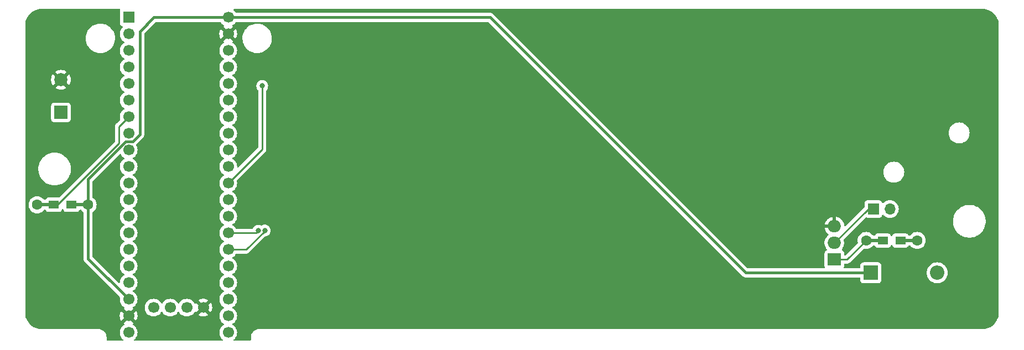
<source format=gbl>
G04 #@! TF.GenerationSoftware,KiCad,Pcbnew,(6.0.1-0)*
G04 #@! TF.CreationDate,2023-03-27T10:58:59-07:00*
G04 #@! TF.ProjectId,daughterboard,64617567-6874-4657-9262-6f6172642e6b,v0.1*
G04 #@! TF.SameCoordinates,Original*
G04 #@! TF.FileFunction,Copper,L2,Bot*
G04 #@! TF.FilePolarity,Positive*
%FSLAX46Y46*%
G04 Gerber Fmt 4.6, Leading zero omitted, Abs format (unit mm)*
G04 Created by KiCad (PCBNEW (6.0.1-0)) date 2023-03-27 10:58:59*
%MOMM*%
%LPD*%
G01*
G04 APERTURE LIST*
G04 #@! TA.AperFunction,ComponentPad*
%ADD10R,2.200000X2.200000*%
G04 #@! TD*
G04 #@! TA.AperFunction,ComponentPad*
%ADD11O,2.200000X2.200000*%
G04 #@! TD*
G04 #@! TA.AperFunction,ComponentPad*
%ADD12R,2.000000X2.000000*%
G04 #@! TD*
G04 #@! TA.AperFunction,ComponentPad*
%ADD13C,2.000000*%
G04 #@! TD*
G04 #@! TA.AperFunction,ComponentPad*
%ADD14R,2.000000X1.905000*%
G04 #@! TD*
G04 #@! TA.AperFunction,ComponentPad*
%ADD15O,2.000000X1.905000*%
G04 #@! TD*
G04 #@! TA.AperFunction,ComponentPad*
%ADD16R,1.700000X1.700000*%
G04 #@! TD*
G04 #@! TA.AperFunction,ComponentPad*
%ADD17O,1.700000X1.700000*%
G04 #@! TD*
G04 #@! TA.AperFunction,ComponentPad*
%ADD18C,1.700000*%
G04 #@! TD*
G04 #@! TA.AperFunction,SMDPad,CuDef*
%ADD19R,2.900000X0.500000*%
G04 #@! TD*
G04 #@! TA.AperFunction,SMDPad,CuDef*
%ADD20R,1.500000X1.200000*%
G04 #@! TD*
G04 #@! TA.AperFunction,ComponentPad*
%ADD21C,1.600000*%
G04 #@! TD*
G04 #@! TA.AperFunction,ViaPad*
%ADD22C,0.800000*%
G04 #@! TD*
G04 #@! TA.AperFunction,Conductor*
%ADD23C,0.381000*%
G04 #@! TD*
G04 #@! TA.AperFunction,Conductor*
%ADD24C,0.250000*%
G04 #@! TD*
G04 APERTURE END LIST*
D10*
X194691000Y-87884000D03*
D11*
X204851000Y-87884000D03*
D12*
X70739000Y-63330785D03*
D13*
X70739000Y-58330785D03*
D14*
X189103000Y-85852000D03*
D15*
X189103000Y-83312000D03*
X189103000Y-80772000D03*
D16*
X195067000Y-78105000D03*
D17*
X197607000Y-78105000D03*
D16*
X81100000Y-48768000D03*
D18*
X81100000Y-51308000D03*
X81100000Y-53848000D03*
X81100000Y-56388000D03*
X81100000Y-58928000D03*
X81100000Y-61468000D03*
X81100000Y-64008000D03*
X81100000Y-66548000D03*
X81100000Y-69088000D03*
X81100000Y-71628000D03*
X81100000Y-74168000D03*
X81100000Y-76708000D03*
X81100000Y-79248000D03*
X81100000Y-81788000D03*
X81100000Y-84328000D03*
X81100000Y-86868000D03*
X81100000Y-89408000D03*
X81100000Y-91948000D03*
X81100000Y-94488000D03*
X81100000Y-97028000D03*
X96340000Y-97028000D03*
X96340000Y-94488000D03*
X96340000Y-91948000D03*
X96340000Y-89408000D03*
X96340000Y-86868000D03*
X96340000Y-84328000D03*
X96340000Y-81788000D03*
X96340000Y-79248000D03*
X96340000Y-76708000D03*
X96340000Y-74168000D03*
X96340000Y-71628000D03*
X96340000Y-69088000D03*
X96340000Y-66548000D03*
X96340000Y-64008000D03*
X96340000Y-61468000D03*
X96340000Y-58928000D03*
X96340000Y-56388000D03*
X96340000Y-53848000D03*
X96340000Y-51308000D03*
X96340000Y-48768000D03*
X92532000Y-93217000D03*
X89992000Y-93217000D03*
X87452000Y-93217000D03*
X84912000Y-93217000D03*
D19*
X73493000Y-77470000D03*
D20*
X72343000Y-77470000D03*
D21*
X74893000Y-77470000D03*
D20*
X69643000Y-77470000D03*
D21*
X67093000Y-77470000D03*
D19*
X68493000Y-77470000D03*
X200366000Y-82931000D03*
D21*
X201766000Y-82931000D03*
D20*
X199216000Y-82931000D03*
D19*
X195366000Y-82931000D03*
D20*
X196516000Y-82931000D03*
D21*
X193966000Y-82931000D03*
D22*
X88773000Y-97155000D03*
X172339000Y-61341000D03*
X91948000Y-87757000D03*
X76454000Y-80518000D03*
X101943398Y-81404032D03*
X100944446Y-81437201D03*
X101543609Y-59261924D03*
D23*
X74893000Y-85741000D02*
X74893000Y-77470000D01*
X82804000Y-66675000D02*
X81690989Y-67788011D01*
X82804000Y-50927000D02*
X82804000Y-66675000D01*
X74893000Y-73541359D02*
X74893000Y-77470000D01*
X175514000Y-87884000D02*
X194691000Y-87884000D01*
X81100000Y-91948000D02*
X74893000Y-85741000D01*
X80646348Y-67788011D02*
X74893000Y-73541359D01*
X81690989Y-67788011D02*
X80646348Y-67788011D01*
X84963000Y-48768000D02*
X82804000Y-50927000D01*
X96340000Y-48768000D02*
X84963000Y-48768000D01*
X136398000Y-48768000D02*
X175514000Y-87884000D01*
X96340000Y-48768000D02*
X136398000Y-48768000D01*
D24*
X194310000Y-78105000D02*
X195067000Y-78105000D01*
X189103000Y-83312000D02*
X194310000Y-78105000D01*
X96340000Y-84328000D02*
X99078261Y-84328000D01*
X101943398Y-81462863D02*
X101943398Y-81404032D01*
X99078261Y-84328000D02*
X101943398Y-81462863D01*
X100593647Y-81788000D02*
X100944446Y-81437201D01*
X96340000Y-81788000D02*
X100593647Y-81788000D01*
X96340000Y-74168000D02*
X101543609Y-68964391D01*
X101543609Y-68964391D02*
X101543609Y-59261924D01*
X79629000Y-65479000D02*
X81100000Y-64008000D01*
X69643000Y-77470000D02*
X70236011Y-77470000D01*
X79629000Y-68077011D02*
X79629000Y-65479000D01*
X70236011Y-77470000D02*
X79629000Y-68077011D01*
X191045000Y-85852000D02*
X193966000Y-82931000D01*
X189103000Y-85852000D02*
X191045000Y-85852000D01*
G04 #@! TA.AperFunction,Conductor*
G36*
X79764796Y-47510002D02*
G01*
X79811289Y-47563658D01*
X79821393Y-47633932D01*
X79808574Y-47672374D01*
X79806474Y-47675176D01*
X79803324Y-47683580D01*
X79803323Y-47683581D01*
X79767065Y-47780302D01*
X79756149Y-47809420D01*
X79749500Y-47870623D01*
X79749501Y-49665376D01*
X79749870Y-49668770D01*
X79749870Y-49668776D01*
X79751216Y-49681161D01*
X79756149Y-49726580D01*
X79806474Y-49860824D01*
X79811854Y-49868003D01*
X79811856Y-49868006D01*
X79882261Y-49961946D01*
X79892454Y-49975546D01*
X79899635Y-49980928D01*
X79999994Y-50056144D01*
X79999997Y-50056146D01*
X80007176Y-50061526D01*
X80096107Y-50094864D01*
X80136248Y-50109912D01*
X80193013Y-50152553D01*
X80217714Y-50219114D01*
X80202507Y-50288463D01*
X80181115Y-50316989D01*
X80061505Y-50436599D01*
X79925965Y-50630171D01*
X79923644Y-50635149D01*
X79923642Y-50635152D01*
X79831485Y-50832783D01*
X79826097Y-50844337D01*
X79764937Y-51072592D01*
X79744341Y-51308000D01*
X79764937Y-51543408D01*
X79766361Y-51548722D01*
X79766361Y-51548723D01*
X79791046Y-51640848D01*
X79826097Y-51771663D01*
X79828419Y-51776643D01*
X79828420Y-51776645D01*
X79903947Y-51938611D01*
X79925965Y-51985829D01*
X80061505Y-52179401D01*
X80228599Y-52346495D01*
X80233107Y-52349652D01*
X80233110Y-52349654D01*
X80411820Y-52474788D01*
X80456148Y-52530245D01*
X80463457Y-52600865D01*
X80431426Y-52664225D01*
X80411822Y-52681211D01*
X80228599Y-52809505D01*
X80061505Y-52976599D01*
X79925965Y-53170171D01*
X79923644Y-53175149D01*
X79923642Y-53175152D01*
X79844770Y-53344292D01*
X79826097Y-53384337D01*
X79824675Y-53389645D01*
X79824674Y-53389647D01*
X79816911Y-53418621D01*
X79764937Y-53612592D01*
X79744341Y-53848000D01*
X79764937Y-54083408D01*
X79766361Y-54088722D01*
X79766361Y-54088723D01*
X79793041Y-54188293D01*
X79826097Y-54311663D01*
X79925965Y-54525829D01*
X80061505Y-54719401D01*
X80228599Y-54886495D01*
X80233107Y-54889652D01*
X80233110Y-54889654D01*
X80411820Y-55014788D01*
X80456148Y-55070245D01*
X80463457Y-55140865D01*
X80431426Y-55204225D01*
X80411822Y-55221211D01*
X80228599Y-55349505D01*
X80061505Y-55516599D01*
X79925965Y-55710171D01*
X79826097Y-55924337D01*
X79764937Y-56152592D01*
X79744341Y-56388000D01*
X79764937Y-56623408D01*
X79826097Y-56851663D01*
X79925965Y-57065829D01*
X80061505Y-57259401D01*
X80228599Y-57426495D01*
X80233107Y-57429652D01*
X80233110Y-57429654D01*
X80411820Y-57554788D01*
X80456148Y-57610245D01*
X80463457Y-57680865D01*
X80431426Y-57744225D01*
X80411822Y-57761211D01*
X80228599Y-57889505D01*
X80061505Y-58056599D01*
X79925965Y-58250171D01*
X79923644Y-58255149D01*
X79923642Y-58255152D01*
X79855734Y-58400780D01*
X79826097Y-58464337D01*
X79824675Y-58469645D01*
X79824674Y-58469647D01*
X79822497Y-58477773D01*
X79764937Y-58692592D01*
X79744341Y-58928000D01*
X79764937Y-59163408D01*
X79766361Y-59168722D01*
X79766361Y-59168723D01*
X79773378Y-59194909D01*
X79826097Y-59391663D01*
X79828419Y-59396643D01*
X79828420Y-59396645D01*
X79906206Y-59563455D01*
X79925965Y-59605829D01*
X80061505Y-59799401D01*
X80228599Y-59966495D01*
X80233107Y-59969652D01*
X80233110Y-59969654D01*
X80411820Y-60094788D01*
X80456148Y-60150245D01*
X80463457Y-60220865D01*
X80431426Y-60284225D01*
X80411822Y-60301211D01*
X80228599Y-60429505D01*
X80061505Y-60596599D01*
X79925965Y-60790171D01*
X79826097Y-61004337D01*
X79764937Y-61232592D01*
X79744341Y-61468000D01*
X79764937Y-61703408D01*
X79826097Y-61931663D01*
X79828419Y-61936643D01*
X79828420Y-61936645D01*
X79898981Y-62087961D01*
X79925965Y-62145829D01*
X80061505Y-62339401D01*
X80228599Y-62506495D01*
X80233107Y-62509652D01*
X80233110Y-62509654D01*
X80411820Y-62634788D01*
X80456148Y-62690245D01*
X80463457Y-62760865D01*
X80431426Y-62824225D01*
X80411822Y-62841211D01*
X80228599Y-62969505D01*
X80061505Y-63136599D01*
X79925965Y-63330171D01*
X79826097Y-63544337D01*
X79764937Y-63772592D01*
X79744341Y-64008000D01*
X79764937Y-64243408D01*
X79766361Y-64248723D01*
X79766362Y-64248726D01*
X79791557Y-64342759D01*
X79789867Y-64413735D01*
X79758945Y-64464464D01*
X79241651Y-64981758D01*
X79233531Y-64989147D01*
X79227123Y-64993214D01*
X79221697Y-64998992D01*
X79181115Y-65042207D01*
X79178360Y-65045049D01*
X79158880Y-65064529D01*
X79156452Y-65067659D01*
X79156380Y-65067741D01*
X79148771Y-65076649D01*
X79118938Y-65108418D01*
X79115119Y-65115365D01*
X79109365Y-65125832D01*
X79098508Y-65142361D01*
X79086327Y-65158064D01*
X79070791Y-65193965D01*
X79069020Y-65198058D01*
X79063798Y-65208718D01*
X79042803Y-65246908D01*
X79037859Y-65266164D01*
X79031460Y-65284853D01*
X79023562Y-65303104D01*
X79018053Y-65337892D01*
X79016744Y-65346154D01*
X79014340Y-65357763D01*
X79003500Y-65399981D01*
X79003500Y-65419856D01*
X79001949Y-65439566D01*
X78998840Y-65459196D01*
X78999586Y-65467088D01*
X79002941Y-65502579D01*
X79003500Y-65514437D01*
X79003500Y-67765730D01*
X78983498Y-67833851D01*
X78966595Y-67854825D01*
X70488825Y-76332595D01*
X70426513Y-76366621D01*
X70399730Y-76369500D01*
X68969325Y-76369501D01*
X68845624Y-76369501D01*
X68842230Y-76369870D01*
X68842224Y-76369870D01*
X68792278Y-76375295D01*
X68792274Y-76375296D01*
X68784420Y-76376149D01*
X68650176Y-76426474D01*
X68642997Y-76431854D01*
X68642994Y-76431856D01*
X68588641Y-76472592D01*
X68535454Y-76512454D01*
X68449474Y-76627176D01*
X68445517Y-76637732D01*
X68444150Y-76639551D01*
X68442013Y-76643455D01*
X68441449Y-76643146D01*
X68402878Y-76694494D01*
X68336316Y-76719195D01*
X68327536Y-76719501D01*
X68220704Y-76719501D01*
X68152583Y-76699499D01*
X68117491Y-76665771D01*
X68101649Y-76643146D01*
X68093047Y-76630861D01*
X67932139Y-76469953D01*
X67745734Y-76339432D01*
X67740756Y-76337111D01*
X67740753Y-76337109D01*
X67544478Y-76245584D01*
X67544476Y-76245583D01*
X67539496Y-76243261D01*
X67534188Y-76241839D01*
X67534186Y-76241838D01*
X67325007Y-76185789D01*
X67325005Y-76185789D01*
X67319692Y-76184365D01*
X67093000Y-76164532D01*
X66866308Y-76184365D01*
X66860995Y-76185789D01*
X66860993Y-76185789D01*
X66651814Y-76241838D01*
X66651812Y-76241839D01*
X66646504Y-76243261D01*
X66641524Y-76245583D01*
X66641522Y-76245584D01*
X66445247Y-76337109D01*
X66445244Y-76337111D01*
X66440266Y-76339432D01*
X66253861Y-76469953D01*
X66092953Y-76630861D01*
X65962432Y-76817266D01*
X65960111Y-76822244D01*
X65960109Y-76822247D01*
X65901132Y-76948723D01*
X65866261Y-77023504D01*
X65864839Y-77028812D01*
X65864838Y-77028814D01*
X65808789Y-77237993D01*
X65807365Y-77243308D01*
X65787532Y-77470000D01*
X65807365Y-77696692D01*
X65808789Y-77702005D01*
X65808789Y-77702007D01*
X65855162Y-77875072D01*
X65866261Y-77916496D01*
X65868583Y-77921476D01*
X65868584Y-77921478D01*
X65959934Y-78117376D01*
X65962432Y-78122734D01*
X66092953Y-78309139D01*
X66253861Y-78470047D01*
X66440266Y-78600568D01*
X66445244Y-78602889D01*
X66445247Y-78602891D01*
X66548393Y-78650989D01*
X66646504Y-78696739D01*
X66651812Y-78698161D01*
X66651814Y-78698162D01*
X66860993Y-78754211D01*
X66860995Y-78754211D01*
X66866308Y-78755635D01*
X67093000Y-78775468D01*
X67319692Y-78755635D01*
X67325005Y-78754211D01*
X67325007Y-78754211D01*
X67534186Y-78698162D01*
X67534188Y-78698161D01*
X67539496Y-78696739D01*
X67637607Y-78650989D01*
X67740753Y-78602891D01*
X67740756Y-78602889D01*
X67745734Y-78600568D01*
X67932139Y-78470047D01*
X68093047Y-78309139D01*
X68117491Y-78274229D01*
X68172947Y-78229901D01*
X68220704Y-78220500D01*
X68327536Y-78220500D01*
X68395657Y-78240502D01*
X68442150Y-78294158D01*
X68445512Y-78302255D01*
X68449474Y-78312824D01*
X68454854Y-78320003D01*
X68454856Y-78320006D01*
X68511942Y-78396174D01*
X68535454Y-78427546D01*
X68542635Y-78432928D01*
X68642994Y-78508144D01*
X68642997Y-78508146D01*
X68650176Y-78513526D01*
X68739561Y-78547034D01*
X68777025Y-78561079D01*
X68777027Y-78561079D01*
X68784420Y-78563851D01*
X68792270Y-78564704D01*
X68792271Y-78564704D01*
X68842217Y-78570130D01*
X68845623Y-78570500D01*
X69642883Y-78570500D01*
X70440376Y-78570499D01*
X70443770Y-78570130D01*
X70443776Y-78570130D01*
X70493722Y-78564705D01*
X70493726Y-78564704D01*
X70501580Y-78563851D01*
X70635824Y-78513526D01*
X70643003Y-78508146D01*
X70643006Y-78508144D01*
X70743365Y-78432928D01*
X70750546Y-78427546D01*
X70774058Y-78396174D01*
X70831144Y-78320006D01*
X70831146Y-78320003D01*
X70836526Y-78312824D01*
X70875018Y-78210145D01*
X70917659Y-78153380D01*
X70984220Y-78128680D01*
X71053569Y-78143887D01*
X71103688Y-78194173D01*
X71110982Y-78210145D01*
X71149474Y-78312824D01*
X71154854Y-78320003D01*
X71154856Y-78320006D01*
X71211942Y-78396174D01*
X71235454Y-78427546D01*
X71242635Y-78432928D01*
X71342994Y-78508144D01*
X71342997Y-78508146D01*
X71350176Y-78513526D01*
X71439561Y-78547034D01*
X71477025Y-78561079D01*
X71477027Y-78561079D01*
X71484420Y-78563851D01*
X71492270Y-78564704D01*
X71492271Y-78564704D01*
X71542217Y-78570130D01*
X71545623Y-78570500D01*
X72342883Y-78570500D01*
X73140376Y-78570499D01*
X73143770Y-78570130D01*
X73143776Y-78570130D01*
X73193722Y-78564705D01*
X73193726Y-78564704D01*
X73201580Y-78563851D01*
X73335824Y-78513526D01*
X73343003Y-78508146D01*
X73343006Y-78508144D01*
X73443365Y-78432928D01*
X73450546Y-78427546D01*
X73474058Y-78396174D01*
X73531142Y-78320008D01*
X73531143Y-78320006D01*
X73536526Y-78312824D01*
X73540483Y-78302268D01*
X73541850Y-78300449D01*
X73543987Y-78296545D01*
X73544551Y-78296854D01*
X73583122Y-78245506D01*
X73649684Y-78220805D01*
X73658464Y-78220499D01*
X73765296Y-78220499D01*
X73833417Y-78240501D01*
X73868509Y-78274229D01*
X73892953Y-78309139D01*
X74053861Y-78470047D01*
X74148272Y-78536154D01*
X74192599Y-78591608D01*
X74202000Y-78639365D01*
X74202000Y-85712697D01*
X74201708Y-85721267D01*
X74197879Y-85777430D01*
X74199184Y-85784906D01*
X74199184Y-85784909D01*
X74208581Y-85838750D01*
X74209544Y-85845276D01*
X74217018Y-85907037D01*
X74219704Y-85914146D01*
X74220735Y-85918344D01*
X74224078Y-85930565D01*
X74225328Y-85934706D01*
X74226634Y-85942187D01*
X74251656Y-85999191D01*
X74254132Y-86005257D01*
X74276136Y-86063489D01*
X74280437Y-86069747D01*
X74282444Y-86073586D01*
X74288587Y-86084623D01*
X74290805Y-86088374D01*
X74293859Y-86095331D01*
X74298484Y-86101358D01*
X74298486Y-86101362D01*
X74331745Y-86144707D01*
X74335619Y-86150038D01*
X74370866Y-86201323D01*
X74376535Y-86206374D01*
X74376537Y-86206376D01*
X74416169Y-86241686D01*
X74421446Y-86246668D01*
X79739370Y-91564592D01*
X79773396Y-91626904D01*
X79771982Y-91686296D01*
X79766362Y-91707270D01*
X79766361Y-91707277D01*
X79764937Y-91712592D01*
X79744341Y-91948000D01*
X79764937Y-92183408D01*
X79826097Y-92411663D01*
X79828419Y-92416643D01*
X79828420Y-92416645D01*
X79902323Y-92575128D01*
X79925965Y-92625829D01*
X80061505Y-92819401D01*
X80228599Y-92986495D01*
X80233107Y-92989652D01*
X80233110Y-92989654D01*
X80405880Y-93110629D01*
X80450208Y-93166086D01*
X80457517Y-93236706D01*
X80425486Y-93300066D01*
X80391790Y-93325605D01*
X80378461Y-93332543D01*
X80369734Y-93338039D01*
X80349677Y-93353099D01*
X80341223Y-93364427D01*
X80347968Y-93376758D01*
X81087188Y-94115978D01*
X81101132Y-94123592D01*
X81102965Y-94123461D01*
X81109580Y-94119210D01*
X81853389Y-93375401D01*
X81860410Y-93362544D01*
X81853611Y-93353213D01*
X81849559Y-93350521D01*
X81803863Y-93325296D01*
X81753892Y-93274864D01*
X81741583Y-93217000D01*
X83556341Y-93217000D01*
X83576937Y-93452408D01*
X83578361Y-93457722D01*
X83578361Y-93457723D01*
X83619888Y-93612704D01*
X83638097Y-93680663D01*
X83640419Y-93685643D01*
X83640420Y-93685645D01*
X83722121Y-93860851D01*
X83737965Y-93894829D01*
X83873505Y-94088401D01*
X84040599Y-94255495D01*
X84045107Y-94258652D01*
X84045110Y-94258654D01*
X84224787Y-94384465D01*
X84234170Y-94391035D01*
X84239152Y-94393358D01*
X84239157Y-94393361D01*
X84443355Y-94488580D01*
X84448337Y-94490903D01*
X84453645Y-94492325D01*
X84453647Y-94492326D01*
X84671277Y-94550639D01*
X84676592Y-94552063D01*
X84912000Y-94572659D01*
X85147408Y-94552063D01*
X85152723Y-94550639D01*
X85370353Y-94492326D01*
X85370355Y-94492325D01*
X85375663Y-94490903D01*
X85380645Y-94488580D01*
X85584843Y-94393361D01*
X85584848Y-94393358D01*
X85589830Y-94391035D01*
X85599213Y-94384465D01*
X85778890Y-94258654D01*
X85778893Y-94258652D01*
X85783401Y-94255495D01*
X85950495Y-94088401D01*
X86078787Y-93905180D01*
X86134244Y-93860851D01*
X86204863Y-93853542D01*
X86268224Y-93885572D01*
X86285212Y-93905179D01*
X86413505Y-94088401D01*
X86580599Y-94255495D01*
X86585107Y-94258652D01*
X86585110Y-94258654D01*
X86764787Y-94384465D01*
X86774170Y-94391035D01*
X86779152Y-94393358D01*
X86779157Y-94393361D01*
X86983355Y-94488580D01*
X86988337Y-94490903D01*
X86993645Y-94492325D01*
X86993647Y-94492326D01*
X87211277Y-94550639D01*
X87216592Y-94552063D01*
X87452000Y-94572659D01*
X87687408Y-94552063D01*
X87692723Y-94550639D01*
X87910353Y-94492326D01*
X87910355Y-94492325D01*
X87915663Y-94490903D01*
X87920645Y-94488580D01*
X88124843Y-94393361D01*
X88124848Y-94393358D01*
X88129830Y-94391035D01*
X88139213Y-94384465D01*
X88318890Y-94258654D01*
X88318893Y-94258652D01*
X88323401Y-94255495D01*
X88490495Y-94088401D01*
X88618787Y-93905180D01*
X88674244Y-93860851D01*
X88744863Y-93853542D01*
X88808224Y-93885572D01*
X88825212Y-93905179D01*
X88953505Y-94088401D01*
X89120599Y-94255495D01*
X89125107Y-94258652D01*
X89125110Y-94258654D01*
X89304787Y-94384465D01*
X89314170Y-94391035D01*
X89319152Y-94393358D01*
X89319157Y-94393361D01*
X89523355Y-94488580D01*
X89528337Y-94490903D01*
X89533645Y-94492325D01*
X89533647Y-94492326D01*
X89751277Y-94550639D01*
X89756592Y-94552063D01*
X89992000Y-94572659D01*
X90227408Y-94552063D01*
X90232723Y-94550639D01*
X90450353Y-94492326D01*
X90450355Y-94492325D01*
X90455663Y-94490903D01*
X90460645Y-94488580D01*
X90664843Y-94393361D01*
X90664848Y-94393358D01*
X90669830Y-94391035D01*
X90679213Y-94384465D01*
X90740069Y-94341853D01*
X91771977Y-94341853D01*
X91777258Y-94348907D01*
X91938756Y-94443279D01*
X91948042Y-94447729D01*
X92147001Y-94523703D01*
X92156899Y-94526579D01*
X92365595Y-94569038D01*
X92375823Y-94570257D01*
X92588650Y-94578062D01*
X92598936Y-94577595D01*
X92810185Y-94550534D01*
X92820262Y-94548392D01*
X93024255Y-94487191D01*
X93033842Y-94483433D01*
X93225098Y-94389738D01*
X93233944Y-94384465D01*
X93281247Y-94350723D01*
X93289648Y-94340023D01*
X93282660Y-94326870D01*
X92544812Y-93589022D01*
X92530868Y-93581408D01*
X92529035Y-93581539D01*
X92522420Y-93585790D01*
X91778737Y-94329473D01*
X91771977Y-94341853D01*
X90740069Y-94341853D01*
X90858890Y-94258654D01*
X90858893Y-94258652D01*
X90863401Y-94255495D01*
X91030495Y-94088401D01*
X91156358Y-93908649D01*
X91211814Y-93864322D01*
X91282433Y-93857013D01*
X91345794Y-93889043D01*
X91367003Y-93915086D01*
X91398460Y-93966420D01*
X91408916Y-93975880D01*
X91417694Y-93972096D01*
X92159978Y-93229812D01*
X92166356Y-93218132D01*
X92896408Y-93218132D01*
X92896539Y-93219965D01*
X92900790Y-93226580D01*
X93642474Y-93968264D01*
X93654484Y-93974823D01*
X93666223Y-93965855D01*
X93697004Y-93923019D01*
X93702315Y-93914180D01*
X93796670Y-93723267D01*
X93800469Y-93713672D01*
X93862376Y-93509915D01*
X93864555Y-93499834D01*
X93892590Y-93286887D01*
X93893109Y-93280212D01*
X93894572Y-93220364D01*
X93894378Y-93213646D01*
X93876781Y-92999604D01*
X93875096Y-92989424D01*
X93823214Y-92782875D01*
X93819894Y-92773124D01*
X93734972Y-92577814D01*
X93730105Y-92568739D01*
X93665063Y-92468197D01*
X93654377Y-92458995D01*
X93644812Y-92463398D01*
X92904022Y-93204188D01*
X92896408Y-93218132D01*
X92166356Y-93218132D01*
X92167592Y-93215868D01*
X92167461Y-93214035D01*
X92163210Y-93207420D01*
X91421849Y-92466059D01*
X91410313Y-92459759D01*
X91398030Y-92469383D01*
X91362167Y-92521955D01*
X91307256Y-92566957D01*
X91236731Y-92575128D01*
X91172984Y-92543874D01*
X91154866Y-92523220D01*
X91033654Y-92350111D01*
X91030495Y-92345599D01*
X90863401Y-92178505D01*
X90858893Y-92175348D01*
X90858890Y-92175346D01*
X90741898Y-92093427D01*
X91773223Y-92093427D01*
X91779968Y-92105758D01*
X92519188Y-92844978D01*
X92533132Y-92852592D01*
X92534965Y-92852461D01*
X92541580Y-92848210D01*
X93285389Y-92104401D01*
X93292410Y-92091544D01*
X93285611Y-92082213D01*
X93281554Y-92079518D01*
X93095117Y-91976599D01*
X93085705Y-91972369D01*
X92884959Y-91901280D01*
X92874989Y-91898646D01*
X92665327Y-91861301D01*
X92655073Y-91860331D01*
X92442116Y-91857728D01*
X92431832Y-91858448D01*
X92221321Y-91890661D01*
X92211293Y-91893050D01*
X92008868Y-91959212D01*
X91999359Y-91963209D01*
X91810466Y-92061540D01*
X91801734Y-92067039D01*
X91781677Y-92082099D01*
X91773223Y-92093427D01*
X90741898Y-92093427D01*
X90674339Y-92046122D01*
X90674336Y-92046120D01*
X90669830Y-92042965D01*
X90664848Y-92040642D01*
X90664843Y-92040639D01*
X90460645Y-91945420D01*
X90460644Y-91945419D01*
X90455663Y-91943097D01*
X90450355Y-91941675D01*
X90450353Y-91941674D01*
X90232723Y-91883361D01*
X90232722Y-91883361D01*
X90227408Y-91881937D01*
X89992000Y-91861341D01*
X89756592Y-91881937D01*
X89751278Y-91883361D01*
X89751277Y-91883361D01*
X89533647Y-91941674D01*
X89533645Y-91941675D01*
X89528337Y-91943097D01*
X89523357Y-91945419D01*
X89523355Y-91945420D01*
X89319152Y-92040642D01*
X89319149Y-92040644D01*
X89314171Y-92042965D01*
X89120599Y-92178505D01*
X88953505Y-92345599D01*
X88866831Y-92469383D01*
X88825213Y-92528820D01*
X88769756Y-92573149D01*
X88699137Y-92580458D01*
X88635776Y-92548428D01*
X88618787Y-92528820D01*
X88577169Y-92469383D01*
X88490495Y-92345599D01*
X88323401Y-92178505D01*
X88318893Y-92175348D01*
X88318890Y-92175346D01*
X88134339Y-92046122D01*
X88134336Y-92046120D01*
X88129830Y-92042965D01*
X88124848Y-92040642D01*
X88124843Y-92040639D01*
X87920645Y-91945420D01*
X87920644Y-91945419D01*
X87915663Y-91943097D01*
X87910355Y-91941675D01*
X87910353Y-91941674D01*
X87692723Y-91883361D01*
X87692722Y-91883361D01*
X87687408Y-91881937D01*
X87452000Y-91861341D01*
X87216592Y-91881937D01*
X87211278Y-91883361D01*
X87211277Y-91883361D01*
X86993647Y-91941674D01*
X86993645Y-91941675D01*
X86988337Y-91943097D01*
X86983357Y-91945419D01*
X86983355Y-91945420D01*
X86779152Y-92040642D01*
X86779149Y-92040644D01*
X86774171Y-92042965D01*
X86580599Y-92178505D01*
X86413505Y-92345599D01*
X86326831Y-92469383D01*
X86285213Y-92528820D01*
X86229756Y-92573149D01*
X86159137Y-92580458D01*
X86095776Y-92548428D01*
X86078787Y-92528820D01*
X86037169Y-92469383D01*
X85950495Y-92345599D01*
X85783401Y-92178505D01*
X85778893Y-92175348D01*
X85778890Y-92175346D01*
X85594339Y-92046122D01*
X85594336Y-92046120D01*
X85589830Y-92042965D01*
X85584848Y-92040642D01*
X85584843Y-92040639D01*
X85380645Y-91945420D01*
X85380644Y-91945419D01*
X85375663Y-91943097D01*
X85370355Y-91941675D01*
X85370353Y-91941674D01*
X85152723Y-91883361D01*
X85152722Y-91883361D01*
X85147408Y-91881937D01*
X84912000Y-91861341D01*
X84676592Y-91881937D01*
X84671278Y-91883361D01*
X84671277Y-91883361D01*
X84453647Y-91941674D01*
X84453645Y-91941675D01*
X84448337Y-91943097D01*
X84443357Y-91945419D01*
X84443355Y-91945420D01*
X84239152Y-92040642D01*
X84239149Y-92040644D01*
X84234171Y-92042965D01*
X84040599Y-92178505D01*
X83873505Y-92345599D01*
X83737965Y-92539171D01*
X83735644Y-92544149D01*
X83735642Y-92544152D01*
X83642000Y-92744967D01*
X83638097Y-92753337D01*
X83576937Y-92981592D01*
X83556341Y-93217000D01*
X81741583Y-93217000D01*
X81739120Y-93205421D01*
X81764236Y-93139015D01*
X81792485Y-93111774D01*
X81966890Y-92989654D01*
X81966893Y-92989652D01*
X81971401Y-92986495D01*
X82138495Y-92819401D01*
X82274035Y-92625829D01*
X82297678Y-92575128D01*
X82371580Y-92416645D01*
X82371581Y-92416643D01*
X82373903Y-92411663D01*
X82435063Y-92183408D01*
X82455659Y-91948000D01*
X82435063Y-91712592D01*
X82373903Y-91484337D01*
X82274035Y-91270171D01*
X82138495Y-91076599D01*
X81971401Y-90909505D01*
X81966893Y-90906348D01*
X81966890Y-90906346D01*
X81839408Y-90817082D01*
X81788181Y-90781213D01*
X81743853Y-90725756D01*
X81736544Y-90655137D01*
X81768575Y-90591776D01*
X81788181Y-90574787D01*
X81966890Y-90449654D01*
X81966893Y-90449652D01*
X81971401Y-90446495D01*
X82138495Y-90279401D01*
X82274035Y-90085829D01*
X82373903Y-89871663D01*
X82435063Y-89643408D01*
X82455659Y-89408000D01*
X82435063Y-89172592D01*
X82413624Y-89092580D01*
X82375326Y-88949647D01*
X82375325Y-88949645D01*
X82373903Y-88944337D01*
X82371580Y-88939355D01*
X82276358Y-88735152D01*
X82276356Y-88735149D01*
X82274035Y-88730171D01*
X82138495Y-88536599D01*
X81971401Y-88369505D01*
X81966893Y-88366348D01*
X81966890Y-88366346D01*
X81839408Y-88277082D01*
X81788181Y-88241213D01*
X81743853Y-88185756D01*
X81736544Y-88115137D01*
X81768575Y-88051776D01*
X81788181Y-88034787D01*
X81966890Y-87909654D01*
X81966893Y-87909652D01*
X81971401Y-87906495D01*
X82138495Y-87739401D01*
X82274035Y-87545829D01*
X82373903Y-87331663D01*
X82420986Y-87155947D01*
X82433639Y-87108723D01*
X82433639Y-87108722D01*
X82435063Y-87103408D01*
X82455659Y-86868000D01*
X82435063Y-86632592D01*
X82422355Y-86585164D01*
X82375326Y-86409647D01*
X82375325Y-86409645D01*
X82373903Y-86404337D01*
X82352772Y-86359021D01*
X82276358Y-86195152D01*
X82276356Y-86195149D01*
X82274035Y-86190171D01*
X82138495Y-85996599D01*
X81971401Y-85829505D01*
X81966893Y-85826348D01*
X81966890Y-85826346D01*
X81816821Y-85721267D01*
X81788181Y-85701213D01*
X81743853Y-85645756D01*
X81736544Y-85575137D01*
X81768575Y-85511776D01*
X81788181Y-85494787D01*
X81966890Y-85369654D01*
X81966893Y-85369652D01*
X81971401Y-85366495D01*
X82138495Y-85199401D01*
X82274035Y-85005829D01*
X82297424Y-84955673D01*
X82371580Y-84796645D01*
X82371581Y-84796643D01*
X82373903Y-84791663D01*
X82407821Y-84665080D01*
X82433639Y-84568723D01*
X82433639Y-84568722D01*
X82435063Y-84563408D01*
X82455659Y-84328000D01*
X82435063Y-84092592D01*
X82418694Y-84031500D01*
X82375326Y-83869647D01*
X82375325Y-83869645D01*
X82373903Y-83864337D01*
X82331696Y-83773824D01*
X82276358Y-83655152D01*
X82276356Y-83655149D01*
X82274035Y-83650171D01*
X82138495Y-83456599D01*
X81971401Y-83289505D01*
X81966893Y-83286348D01*
X81966890Y-83286346D01*
X81800306Y-83169703D01*
X81788181Y-83161213D01*
X81743853Y-83105756D01*
X81736544Y-83035137D01*
X81768575Y-82971776D01*
X81788181Y-82954787D01*
X81822153Y-82931000D01*
X81917447Y-82864274D01*
X81966890Y-82829654D01*
X81966893Y-82829652D01*
X81971401Y-82826495D01*
X82138495Y-82659401D01*
X82274035Y-82465829D01*
X82289110Y-82433502D01*
X82371580Y-82256645D01*
X82371581Y-82256643D01*
X82373903Y-82251663D01*
X82400060Y-82154045D01*
X82433639Y-82028723D01*
X82433639Y-82028722D01*
X82435063Y-82023408D01*
X82455659Y-81788000D01*
X82435063Y-81552592D01*
X82373903Y-81324337D01*
X82323280Y-81215776D01*
X82276358Y-81115152D01*
X82276356Y-81115149D01*
X82274035Y-81110171D01*
X82138495Y-80916599D01*
X81971401Y-80749505D01*
X81966893Y-80746348D01*
X81966890Y-80746346D01*
X81825517Y-80647356D01*
X81788181Y-80621213D01*
X81743853Y-80565756D01*
X81736544Y-80495137D01*
X81768575Y-80431776D01*
X81788181Y-80414787D01*
X81805388Y-80402739D01*
X81839408Y-80378918D01*
X81966890Y-80289654D01*
X81966893Y-80289652D01*
X81971401Y-80286495D01*
X82138495Y-80119401D01*
X82274035Y-79925829D01*
X82315625Y-79836641D01*
X82371580Y-79716645D01*
X82371581Y-79716643D01*
X82373903Y-79711663D01*
X82394000Y-79636661D01*
X82433639Y-79488723D01*
X82433639Y-79488722D01*
X82435063Y-79483408D01*
X82455659Y-79248000D01*
X82435063Y-79012592D01*
X82428282Y-78987286D01*
X82375326Y-78789647D01*
X82375325Y-78789645D01*
X82373903Y-78784337D01*
X82331972Y-78694416D01*
X82276358Y-78575152D01*
X82276356Y-78575149D01*
X82274035Y-78570171D01*
X82138495Y-78376599D01*
X81971401Y-78209505D01*
X81966893Y-78206348D01*
X81966890Y-78206346D01*
X81829972Y-78110475D01*
X81788181Y-78081213D01*
X81743853Y-78025756D01*
X81736544Y-77955137D01*
X81768575Y-77891776D01*
X81788181Y-77874787D01*
X81966890Y-77749654D01*
X81966893Y-77749652D01*
X81971401Y-77746495D01*
X82138495Y-77579401D01*
X82274035Y-77385829D01*
X82357135Y-77207623D01*
X82371580Y-77176645D01*
X82371581Y-77176643D01*
X82373903Y-77171663D01*
X82401036Y-77070402D01*
X82433639Y-76948723D01*
X82433639Y-76948722D01*
X82435063Y-76943408D01*
X82455659Y-76708000D01*
X82435063Y-76472592D01*
X82433511Y-76466800D01*
X82375326Y-76249647D01*
X82375325Y-76249645D01*
X82373903Y-76244337D01*
X82365152Y-76225570D01*
X82276358Y-76035152D01*
X82276356Y-76035149D01*
X82274035Y-76030171D01*
X82138495Y-75836599D01*
X81971401Y-75669505D01*
X81966893Y-75666348D01*
X81966890Y-75666346D01*
X81839408Y-75577082D01*
X81788181Y-75541213D01*
X81743853Y-75485756D01*
X81736544Y-75415137D01*
X81768575Y-75351776D01*
X81788181Y-75334787D01*
X81966890Y-75209654D01*
X81966893Y-75209652D01*
X81971401Y-75206495D01*
X82138495Y-75039401D01*
X82274035Y-74845829D01*
X82345399Y-74692791D01*
X82371580Y-74636645D01*
X82371581Y-74636643D01*
X82373903Y-74631663D01*
X82377757Y-74617282D01*
X82433639Y-74408723D01*
X82433639Y-74408722D01*
X82435063Y-74403408D01*
X82455659Y-74168000D01*
X82435063Y-73932592D01*
X82373903Y-73704337D01*
X82371580Y-73699355D01*
X82276358Y-73495152D01*
X82276356Y-73495149D01*
X82274035Y-73490171D01*
X82138495Y-73296599D01*
X81971401Y-73129505D01*
X81966893Y-73126348D01*
X81966890Y-73126346D01*
X81839408Y-73037082D01*
X81788181Y-73001213D01*
X81743853Y-72945756D01*
X81736544Y-72875137D01*
X81768575Y-72811776D01*
X81788181Y-72794787D01*
X81966890Y-72669654D01*
X81966893Y-72669652D01*
X81971401Y-72666495D01*
X82138495Y-72499401D01*
X82274035Y-72305829D01*
X82346118Y-72151249D01*
X82371580Y-72096645D01*
X82371581Y-72096643D01*
X82373903Y-72091663D01*
X82405687Y-71973044D01*
X82433639Y-71868723D01*
X82433639Y-71868722D01*
X82435063Y-71863408D01*
X82455659Y-71628000D01*
X82435063Y-71392592D01*
X82433639Y-71387277D01*
X82375326Y-71169647D01*
X82375325Y-71169645D01*
X82373903Y-71164337D01*
X82315448Y-71038981D01*
X82276358Y-70955152D01*
X82276356Y-70955149D01*
X82274035Y-70950171D01*
X82138495Y-70756599D01*
X81971401Y-70589505D01*
X81966893Y-70586348D01*
X81966890Y-70586346D01*
X81839408Y-70497082D01*
X81788181Y-70461213D01*
X81743853Y-70405756D01*
X81736544Y-70335137D01*
X81768575Y-70271776D01*
X81788181Y-70254787D01*
X81966890Y-70129654D01*
X81966893Y-70129652D01*
X81971401Y-70126495D01*
X82138495Y-69959401D01*
X82274035Y-69765829D01*
X82297479Y-69715555D01*
X82371580Y-69556645D01*
X82371581Y-69556643D01*
X82373903Y-69551663D01*
X82390560Y-69489500D01*
X82433639Y-69328723D01*
X82433639Y-69328722D01*
X82435063Y-69323408D01*
X82455659Y-69088000D01*
X82435063Y-68852592D01*
X82405485Y-68742205D01*
X82375326Y-68629647D01*
X82375325Y-68629645D01*
X82373903Y-68624337D01*
X82274035Y-68410171D01*
X82240784Y-68362683D01*
X82218097Y-68295409D01*
X82235383Y-68226549D01*
X82254903Y-68201319D01*
X83272591Y-67183631D01*
X83278857Y-67177777D01*
X83315558Y-67145761D01*
X83321285Y-67140765D01*
X83357076Y-67089839D01*
X83361001Y-67084555D01*
X83394712Y-67041561D01*
X83399397Y-67035586D01*
X83402520Y-67028669D01*
X83404770Y-67024954D01*
X83411023Y-67013991D01*
X83413085Y-67010146D01*
X83417453Y-67003931D01*
X83420211Y-66996857D01*
X83420216Y-66996848D01*
X83440062Y-66945947D01*
X83442617Y-66939868D01*
X83465096Y-66890081D01*
X83465096Y-66890080D01*
X83468223Y-66883155D01*
X83469607Y-66875686D01*
X83470909Y-66871532D01*
X83474367Y-66859392D01*
X83475447Y-66855186D01*
X83478207Y-66848107D01*
X83486330Y-66786403D01*
X83487361Y-66779896D01*
X83487726Y-66777928D01*
X83498702Y-66718707D01*
X83495209Y-66658137D01*
X83495000Y-66650883D01*
X83495000Y-51279863D01*
X94978050Y-51279863D01*
X94990309Y-51492477D01*
X94991745Y-51502697D01*
X95038565Y-51710446D01*
X95041645Y-51720275D01*
X95121770Y-51917603D01*
X95126413Y-51926794D01*
X95206460Y-52057420D01*
X95216916Y-52066880D01*
X95225694Y-52063096D01*
X95967978Y-51320812D01*
X95974356Y-51309132D01*
X96704408Y-51309132D01*
X96704539Y-51310965D01*
X96708790Y-51317580D01*
X97450474Y-52059264D01*
X97462484Y-52065823D01*
X97474223Y-52056855D01*
X97488321Y-52037236D01*
X98514958Y-52037236D01*
X98541014Y-52335065D01*
X98606232Y-52626832D01*
X98607676Y-52630756D01*
X98607676Y-52630757D01*
X98645931Y-52734731D01*
X98709464Y-52907410D01*
X98711415Y-52911110D01*
X98711417Y-52911115D01*
X98745943Y-52976599D01*
X98848898Y-53171870D01*
X99022084Y-53415565D01*
X99024934Y-53418621D01*
X99210925Y-53618072D01*
X99225979Y-53634216D01*
X99457000Y-53823979D01*
X99711090Y-53981521D01*
X99983783Y-54104074D01*
X100158027Y-54156018D01*
X100266290Y-54188293D01*
X100266292Y-54188293D01*
X100270289Y-54189485D01*
X100274409Y-54190138D01*
X100274411Y-54190138D01*
X100392423Y-54208829D01*
X100565575Y-54236254D01*
X100608135Y-54238187D01*
X100657659Y-54240436D01*
X100657678Y-54240436D01*
X100659078Y-54240500D01*
X100845834Y-54240500D01*
X101068309Y-54225723D01*
X101361377Y-54166630D01*
X101644056Y-54069296D01*
X101647789Y-54067427D01*
X101647793Y-54067425D01*
X101907640Y-53937303D01*
X101907642Y-53937302D01*
X101911378Y-53935431D01*
X102158647Y-53767387D01*
X102381520Y-53568117D01*
X102576079Y-53341120D01*
X102688397Y-53168166D01*
X102736629Y-53093896D01*
X102736632Y-53093891D01*
X102738908Y-53090386D01*
X102867145Y-52820319D01*
X102869367Y-52813400D01*
X102957258Y-52539651D01*
X102957258Y-52539650D01*
X102958538Y-52535664D01*
X102973194Y-52454211D01*
X103010741Y-52245531D01*
X103010742Y-52245526D01*
X103011480Y-52241422D01*
X103014120Y-52183296D01*
X103024853Y-51946934D01*
X103024853Y-51946929D01*
X103025042Y-51942764D01*
X102998986Y-51644935D01*
X102933768Y-51353168D01*
X102915916Y-51304646D01*
X102831983Y-51076523D01*
X102830536Y-51072590D01*
X102822739Y-51057800D01*
X102693055Y-50811834D01*
X102693054Y-50811833D01*
X102691102Y-50808130D01*
X102517916Y-50564435D01*
X102387168Y-50424225D01*
X102316871Y-50348840D01*
X102316869Y-50348838D01*
X102314021Y-50345784D01*
X102083000Y-50156021D01*
X101828910Y-49998479D01*
X101556217Y-49875926D01*
X101310243Y-49802598D01*
X101273710Y-49791707D01*
X101273708Y-49791707D01*
X101269711Y-49790515D01*
X101265591Y-49789862D01*
X101265589Y-49789862D01*
X101147577Y-49771171D01*
X100974425Y-49743746D01*
X100931865Y-49741813D01*
X100882341Y-49739564D01*
X100882322Y-49739564D01*
X100880922Y-49739500D01*
X100694166Y-49739500D01*
X100471691Y-49754277D01*
X100178623Y-49813370D01*
X99895944Y-49910704D01*
X99892211Y-49912573D01*
X99892207Y-49912575D01*
X99640336Y-50038703D01*
X99628622Y-50044569D01*
X99381353Y-50212613D01*
X99158480Y-50411883D01*
X98963921Y-50638880D01*
X98961647Y-50642382D01*
X98831708Y-50842470D01*
X98801092Y-50889614D01*
X98672855Y-51159681D01*
X98671576Y-51163664D01*
X98671575Y-51163667D01*
X98582742Y-51440349D01*
X98581462Y-51444336D01*
X98580721Y-51448455D01*
X98533582Y-51710446D01*
X98528520Y-51738578D01*
X98528331Y-51742745D01*
X98528330Y-51742752D01*
X98516012Y-52014019D01*
X98514958Y-52037236D01*
X97488321Y-52037236D01*
X97505004Y-52014019D01*
X97510315Y-52005180D01*
X97604670Y-51814267D01*
X97608469Y-51804672D01*
X97670376Y-51600915D01*
X97672555Y-51590834D01*
X97700590Y-51377887D01*
X97701109Y-51371212D01*
X97702572Y-51311364D01*
X97702378Y-51304646D01*
X97684781Y-51090604D01*
X97683096Y-51080424D01*
X97631214Y-50873875D01*
X97627894Y-50864124D01*
X97542972Y-50668814D01*
X97538105Y-50659739D01*
X97473063Y-50559197D01*
X97462377Y-50549995D01*
X97452812Y-50554398D01*
X96712022Y-51295188D01*
X96704408Y-51309132D01*
X95974356Y-51309132D01*
X95975592Y-51306868D01*
X95975461Y-51305035D01*
X95971210Y-51298420D01*
X95229849Y-50557059D01*
X95218313Y-50550759D01*
X95206031Y-50560382D01*
X95158089Y-50630662D01*
X95153004Y-50639613D01*
X95063338Y-50832783D01*
X95059775Y-50842470D01*
X95002864Y-51047681D01*
X95000933Y-51057800D01*
X94978302Y-51269574D01*
X94978050Y-51279863D01*
X83495000Y-51279863D01*
X83495000Y-51265412D01*
X83515002Y-51197291D01*
X83531905Y-51176317D01*
X85212317Y-49495905D01*
X85274629Y-49461879D01*
X85301412Y-49459000D01*
X95109595Y-49459000D01*
X95177716Y-49479002D01*
X95212808Y-49512729D01*
X95301505Y-49639401D01*
X95468599Y-49806495D01*
X95473107Y-49809652D01*
X95473110Y-49809654D01*
X95645880Y-49930629D01*
X95690208Y-49986086D01*
X95697517Y-50056706D01*
X95665486Y-50120066D01*
X95631790Y-50145605D01*
X95618461Y-50152543D01*
X95609734Y-50158039D01*
X95589677Y-50173099D01*
X95581223Y-50184427D01*
X95587968Y-50196758D01*
X96327188Y-50935978D01*
X96341132Y-50943592D01*
X96342965Y-50943461D01*
X96349580Y-50939210D01*
X97093389Y-50195401D01*
X97100410Y-50182544D01*
X97093611Y-50173213D01*
X97089559Y-50170521D01*
X97043863Y-50145296D01*
X96993892Y-50094864D01*
X96979120Y-50025421D01*
X97004236Y-49959015D01*
X97032485Y-49931774D01*
X97206890Y-49809654D01*
X97206893Y-49809652D01*
X97211401Y-49806495D01*
X97378495Y-49639401D01*
X97467192Y-49512729D01*
X97522649Y-49468401D01*
X97570405Y-49459000D01*
X136059588Y-49459000D01*
X136127709Y-49479002D01*
X136148683Y-49495905D01*
X175005369Y-88352591D01*
X175011222Y-88358856D01*
X175048235Y-88401285D01*
X175054453Y-88405655D01*
X175099138Y-88437060D01*
X175104434Y-88440993D01*
X175147433Y-88474709D01*
X175147441Y-88474714D01*
X175153415Y-88479398D01*
X175160339Y-88482524D01*
X175164062Y-88484779D01*
X175175057Y-88491050D01*
X175178858Y-88493088D01*
X175185069Y-88497453D01*
X175232502Y-88515947D01*
X175243047Y-88520058D01*
X175249128Y-88522614D01*
X175290095Y-88541111D01*
X175305846Y-88548223D01*
X175313311Y-88549607D01*
X175317422Y-88550895D01*
X175329646Y-88554377D01*
X175333815Y-88555447D01*
X175340893Y-88558207D01*
X175402592Y-88566330D01*
X175409090Y-88567358D01*
X175470293Y-88578702D01*
X175477873Y-88578265D01*
X175477874Y-88578265D01*
X175510931Y-88576359D01*
X175530871Y-88575209D01*
X175538122Y-88575000D01*
X192964501Y-88575000D01*
X193032622Y-88595002D01*
X193079115Y-88648658D01*
X193090501Y-88701000D01*
X193090501Y-89031376D01*
X193097149Y-89092580D01*
X193147474Y-89226824D01*
X193152854Y-89234003D01*
X193152856Y-89234006D01*
X193228072Y-89334365D01*
X193233454Y-89341546D01*
X193240635Y-89346928D01*
X193340994Y-89422144D01*
X193340997Y-89422146D01*
X193348176Y-89427526D01*
X193437561Y-89461034D01*
X193475025Y-89475079D01*
X193475027Y-89475079D01*
X193482420Y-89477851D01*
X193490270Y-89478704D01*
X193490271Y-89478704D01*
X193540217Y-89484130D01*
X193543623Y-89484500D01*
X194690832Y-89484500D01*
X195838376Y-89484499D01*
X195841770Y-89484130D01*
X195841776Y-89484130D01*
X195891722Y-89478705D01*
X195891726Y-89478704D01*
X195899580Y-89477851D01*
X196033824Y-89427526D01*
X196041003Y-89422146D01*
X196041006Y-89422144D01*
X196141365Y-89346928D01*
X196148546Y-89341546D01*
X196153928Y-89334365D01*
X196229144Y-89234006D01*
X196229146Y-89234003D01*
X196234526Y-89226824D01*
X196284851Y-89092580D01*
X196291500Y-89031377D01*
X196291499Y-87884000D01*
X203245551Y-87884000D01*
X203265317Y-88135148D01*
X203266471Y-88139955D01*
X203266472Y-88139961D01*
X203286702Y-88224225D01*
X203324127Y-88380111D01*
X203326020Y-88384682D01*
X203326021Y-88384684D01*
X203406386Y-88578702D01*
X203420534Y-88612859D01*
X203552164Y-88827659D01*
X203555376Y-88831419D01*
X203555379Y-88831424D01*
X203700256Y-89001052D01*
X203715776Y-89019224D01*
X203719538Y-89022437D01*
X203903576Y-89179621D01*
X203903581Y-89179624D01*
X203907341Y-89182836D01*
X204122141Y-89314466D01*
X204126711Y-89316359D01*
X204126715Y-89316361D01*
X204350316Y-89408979D01*
X204354889Y-89410873D01*
X204424254Y-89427526D01*
X204595039Y-89468528D01*
X204595045Y-89468529D01*
X204599852Y-89469683D01*
X204851000Y-89489449D01*
X205102148Y-89469683D01*
X205106955Y-89468529D01*
X205106961Y-89468528D01*
X205277746Y-89427526D01*
X205347111Y-89410873D01*
X205351684Y-89408979D01*
X205575285Y-89316361D01*
X205575289Y-89316359D01*
X205579859Y-89314466D01*
X205794659Y-89182836D01*
X205798419Y-89179624D01*
X205798424Y-89179621D01*
X205982462Y-89022437D01*
X205986224Y-89019224D01*
X206001744Y-89001052D01*
X206146621Y-88831424D01*
X206146624Y-88831419D01*
X206149836Y-88827659D01*
X206281466Y-88612859D01*
X206295615Y-88578702D01*
X206375979Y-88384684D01*
X206375980Y-88384682D01*
X206377873Y-88380111D01*
X206415298Y-88224225D01*
X206435528Y-88139961D01*
X206435529Y-88139955D01*
X206436683Y-88135148D01*
X206456449Y-87884000D01*
X206436683Y-87632852D01*
X206416873Y-87550334D01*
X206379028Y-87392701D01*
X206377873Y-87387889D01*
X206297148Y-87193000D01*
X206283361Y-87159715D01*
X206283359Y-87159711D01*
X206281466Y-87155141D01*
X206149836Y-86940341D01*
X206146624Y-86936581D01*
X206146621Y-86936576D01*
X205989437Y-86752538D01*
X205986224Y-86748776D01*
X205891670Y-86668019D01*
X205798424Y-86588379D01*
X205798419Y-86588376D01*
X205794659Y-86585164D01*
X205579859Y-86453534D01*
X205575289Y-86451641D01*
X205575285Y-86451639D01*
X205351684Y-86359021D01*
X205351682Y-86359020D01*
X205347111Y-86357127D01*
X205259610Y-86336120D01*
X205106961Y-86299472D01*
X205106955Y-86299471D01*
X205102148Y-86298317D01*
X204851000Y-86278551D01*
X204599852Y-86298317D01*
X204595045Y-86299471D01*
X204595039Y-86299472D01*
X204442390Y-86336120D01*
X204354889Y-86357127D01*
X204350318Y-86359020D01*
X204350316Y-86359021D01*
X204126715Y-86451639D01*
X204126711Y-86451641D01*
X204122141Y-86453534D01*
X203907341Y-86585164D01*
X203903581Y-86588376D01*
X203903576Y-86588379D01*
X203810330Y-86668019D01*
X203715776Y-86748776D01*
X203712563Y-86752538D01*
X203555379Y-86936576D01*
X203555376Y-86936581D01*
X203552164Y-86940341D01*
X203420534Y-87155141D01*
X203418641Y-87159711D01*
X203418639Y-87159715D01*
X203404852Y-87193000D01*
X203324127Y-87387889D01*
X203322972Y-87392701D01*
X203285128Y-87550334D01*
X203265317Y-87632852D01*
X203245551Y-87884000D01*
X196291499Y-87884000D01*
X196291499Y-86736624D01*
X196284851Y-86675420D01*
X196234526Y-86541176D01*
X196229146Y-86533997D01*
X196229144Y-86533994D01*
X196153928Y-86433635D01*
X196148546Y-86426454D01*
X196126121Y-86409647D01*
X196041006Y-86345856D01*
X196041003Y-86345854D01*
X196033824Y-86340474D01*
X195940492Y-86305486D01*
X195906975Y-86292921D01*
X195906973Y-86292921D01*
X195899580Y-86290149D01*
X195891730Y-86289296D01*
X195891729Y-86289296D01*
X195841774Y-86283869D01*
X195841773Y-86283869D01*
X195838377Y-86283500D01*
X194691168Y-86283500D01*
X193543624Y-86283501D01*
X193540230Y-86283870D01*
X193540224Y-86283870D01*
X193490278Y-86289295D01*
X193490274Y-86289296D01*
X193482420Y-86290149D01*
X193348176Y-86340474D01*
X193340997Y-86345854D01*
X193340994Y-86345856D01*
X193255879Y-86409647D01*
X193233454Y-86426454D01*
X193228072Y-86433635D01*
X193152856Y-86533994D01*
X193152854Y-86533997D01*
X193147474Y-86541176D01*
X193097149Y-86675420D01*
X193090500Y-86736623D01*
X193090500Y-87067000D01*
X193070498Y-87135121D01*
X193016842Y-87181614D01*
X192964500Y-87193000D01*
X190673712Y-87193000D01*
X190605591Y-87172998D01*
X190559098Y-87119342D01*
X190548994Y-87049068D01*
X190555730Y-87022771D01*
X190594079Y-86920475D01*
X190594079Y-86920473D01*
X190596851Y-86913080D01*
X190603500Y-86851877D01*
X190603500Y-86603500D01*
X190623502Y-86535379D01*
X190677158Y-86488886D01*
X190729500Y-86477500D01*
X190967297Y-86477500D01*
X190978257Y-86478017D01*
X190985667Y-86479673D01*
X190993593Y-86479424D01*
X190993594Y-86479424D01*
X191052841Y-86477562D01*
X191056799Y-86477500D01*
X191084350Y-86477500D01*
X191088273Y-86477004D01*
X191088388Y-86476997D01*
X191100068Y-86476077D01*
X191143627Y-86474709D01*
X191162716Y-86469163D01*
X191182062Y-86465156D01*
X191201792Y-86462664D01*
X191242323Y-86446616D01*
X191253524Y-86442781D01*
X191295390Y-86430618D01*
X191312499Y-86420500D01*
X191330245Y-86411805D01*
X191348732Y-86404486D01*
X191383991Y-86378869D01*
X191393910Y-86372354D01*
X191424590Y-86354210D01*
X191424594Y-86354207D01*
X191431420Y-86350170D01*
X191445470Y-86336120D01*
X191460504Y-86323279D01*
X191470173Y-86316254D01*
X191476587Y-86311594D01*
X191504370Y-86278010D01*
X191512359Y-86269231D01*
X193550361Y-84231230D01*
X193612673Y-84197204D01*
X193672067Y-84198618D01*
X193733993Y-84215211D01*
X193733995Y-84215211D01*
X193739308Y-84216635D01*
X193966000Y-84236468D01*
X194192692Y-84216635D01*
X194198005Y-84215211D01*
X194198007Y-84215211D01*
X194407186Y-84159162D01*
X194407188Y-84159161D01*
X194412496Y-84157739D01*
X194487232Y-84122889D01*
X194613753Y-84063891D01*
X194613756Y-84063889D01*
X194618734Y-84061568D01*
X194805139Y-83931047D01*
X194966047Y-83770139D01*
X194990491Y-83735229D01*
X195045947Y-83690901D01*
X195093704Y-83681500D01*
X195200536Y-83681500D01*
X195268657Y-83701502D01*
X195315150Y-83755158D01*
X195318512Y-83763255D01*
X195322474Y-83773824D01*
X195327854Y-83781003D01*
X195327856Y-83781006D01*
X195386576Y-83859355D01*
X195408454Y-83888546D01*
X195415635Y-83893928D01*
X195515994Y-83969144D01*
X195515997Y-83969146D01*
X195523176Y-83974526D01*
X195612561Y-84008034D01*
X195650025Y-84022079D01*
X195650027Y-84022079D01*
X195657420Y-84024851D01*
X195665270Y-84025704D01*
X195665271Y-84025704D01*
X195715217Y-84031130D01*
X195718623Y-84031500D01*
X196515883Y-84031500D01*
X197313376Y-84031499D01*
X197316770Y-84031130D01*
X197316776Y-84031130D01*
X197366722Y-84025705D01*
X197366726Y-84025704D01*
X197374580Y-84024851D01*
X197508824Y-83974526D01*
X197516003Y-83969146D01*
X197516006Y-83969144D01*
X197616365Y-83893928D01*
X197623546Y-83888546D01*
X197645424Y-83859355D01*
X197704144Y-83781006D01*
X197704146Y-83781003D01*
X197709526Y-83773824D01*
X197748018Y-83671145D01*
X197790659Y-83614380D01*
X197857220Y-83589680D01*
X197926569Y-83604887D01*
X197976688Y-83655173D01*
X197983982Y-83671145D01*
X198022474Y-83773824D01*
X198027854Y-83781003D01*
X198027856Y-83781006D01*
X198086576Y-83859355D01*
X198108454Y-83888546D01*
X198115635Y-83893928D01*
X198215994Y-83969144D01*
X198215997Y-83969146D01*
X198223176Y-83974526D01*
X198312561Y-84008034D01*
X198350025Y-84022079D01*
X198350027Y-84022079D01*
X198357420Y-84024851D01*
X198365270Y-84025704D01*
X198365271Y-84025704D01*
X198415217Y-84031130D01*
X198418623Y-84031500D01*
X199215883Y-84031500D01*
X200013376Y-84031499D01*
X200016770Y-84031130D01*
X200016776Y-84031130D01*
X200066722Y-84025705D01*
X200066726Y-84025704D01*
X200074580Y-84024851D01*
X200208824Y-83974526D01*
X200216003Y-83969146D01*
X200216006Y-83969144D01*
X200316365Y-83893928D01*
X200323546Y-83888546D01*
X200409526Y-83773824D01*
X200413483Y-83763268D01*
X200414850Y-83761449D01*
X200416987Y-83757545D01*
X200417551Y-83757854D01*
X200456122Y-83706506D01*
X200522684Y-83681805D01*
X200531464Y-83681499D01*
X200638296Y-83681499D01*
X200706417Y-83701501D01*
X200741509Y-83735229D01*
X200765953Y-83770139D01*
X200926861Y-83931047D01*
X201113266Y-84061568D01*
X201118244Y-84063889D01*
X201118247Y-84063891D01*
X201244768Y-84122889D01*
X201319504Y-84157739D01*
X201324812Y-84159161D01*
X201324814Y-84159162D01*
X201533993Y-84215211D01*
X201533995Y-84215211D01*
X201539308Y-84216635D01*
X201766000Y-84236468D01*
X201992692Y-84216635D01*
X201998005Y-84215211D01*
X201998007Y-84215211D01*
X202207186Y-84159162D01*
X202207188Y-84159161D01*
X202212496Y-84157739D01*
X202287232Y-84122889D01*
X202413753Y-84063891D01*
X202413756Y-84063889D01*
X202418734Y-84061568D01*
X202605139Y-83931047D01*
X202766047Y-83770139D01*
X202896568Y-83583734D01*
X202899067Y-83578376D01*
X202990416Y-83382478D01*
X202990417Y-83382476D01*
X202992739Y-83377496D01*
X203015273Y-83293400D01*
X203050211Y-83163007D01*
X203050211Y-83163005D01*
X203051635Y-83157692D01*
X203071468Y-82931000D01*
X203051635Y-82704308D01*
X202999487Y-82509689D01*
X202994162Y-82489814D01*
X202994161Y-82489812D01*
X202992739Y-82484504D01*
X202988281Y-82474944D01*
X202898891Y-82283247D01*
X202898889Y-82283244D01*
X202896568Y-82278266D01*
X202766047Y-82091861D01*
X202605139Y-81930953D01*
X202418734Y-81800432D01*
X202413756Y-81798111D01*
X202413753Y-81798109D01*
X202217478Y-81706584D01*
X202217476Y-81706583D01*
X202212496Y-81704261D01*
X202207188Y-81702839D01*
X202207186Y-81702838D01*
X201998007Y-81646789D01*
X201998005Y-81646789D01*
X201992692Y-81645365D01*
X201766000Y-81625532D01*
X201539308Y-81645365D01*
X201533995Y-81646789D01*
X201533993Y-81646789D01*
X201324814Y-81702838D01*
X201324812Y-81702839D01*
X201319504Y-81704261D01*
X201314524Y-81706583D01*
X201314522Y-81706584D01*
X201118247Y-81798109D01*
X201118244Y-81798111D01*
X201113266Y-81800432D01*
X200926861Y-81930953D01*
X200765953Y-82091861D01*
X200762800Y-82096364D01*
X200741510Y-82126770D01*
X200686053Y-82171099D01*
X200638296Y-82180500D01*
X200531464Y-82180500D01*
X200463343Y-82160498D01*
X200416850Y-82106842D01*
X200413488Y-82098745D01*
X200409526Y-82088176D01*
X200404146Y-82080997D01*
X200404144Y-82080994D01*
X200328928Y-81980635D01*
X200323546Y-81973454D01*
X200316365Y-81968072D01*
X200216006Y-81892856D01*
X200216003Y-81892854D01*
X200208824Y-81887474D01*
X200119439Y-81853966D01*
X200081975Y-81839921D01*
X200081973Y-81839921D01*
X200074580Y-81837149D01*
X200066730Y-81836296D01*
X200066729Y-81836296D01*
X200016774Y-81830869D01*
X200016773Y-81830869D01*
X200013377Y-81830500D01*
X199216117Y-81830500D01*
X198418624Y-81830501D01*
X198415230Y-81830870D01*
X198415224Y-81830870D01*
X198365278Y-81836295D01*
X198365274Y-81836296D01*
X198357420Y-81837149D01*
X198223176Y-81887474D01*
X198215997Y-81892854D01*
X198215994Y-81892856D01*
X198115635Y-81968072D01*
X198108454Y-81973454D01*
X198103072Y-81980635D01*
X198027856Y-82080994D01*
X198027854Y-82080997D01*
X198022474Y-82088176D01*
X198019324Y-82096579D01*
X197983982Y-82190855D01*
X197941341Y-82247620D01*
X197874780Y-82272320D01*
X197805431Y-82257113D01*
X197755312Y-82206827D01*
X197748018Y-82190855D01*
X197712676Y-82096579D01*
X197709526Y-82088176D01*
X197704146Y-82080997D01*
X197704144Y-82080994D01*
X197628928Y-81980635D01*
X197623546Y-81973454D01*
X197616365Y-81968072D01*
X197516006Y-81892856D01*
X197516003Y-81892854D01*
X197508824Y-81887474D01*
X197419439Y-81853966D01*
X197381975Y-81839921D01*
X197381973Y-81839921D01*
X197374580Y-81837149D01*
X197366730Y-81836296D01*
X197366729Y-81836296D01*
X197316774Y-81830869D01*
X197316773Y-81830869D01*
X197313377Y-81830500D01*
X196516117Y-81830500D01*
X195718624Y-81830501D01*
X195715230Y-81830870D01*
X195715224Y-81830870D01*
X195665278Y-81836295D01*
X195665274Y-81836296D01*
X195657420Y-81837149D01*
X195523176Y-81887474D01*
X195515997Y-81892854D01*
X195515994Y-81892856D01*
X195415635Y-81968072D01*
X195408454Y-81973454D01*
X195403072Y-81980635D01*
X195334585Y-82072017D01*
X195322474Y-82088176D01*
X195318517Y-82098732D01*
X195317150Y-82100551D01*
X195315013Y-82104455D01*
X195314449Y-82104146D01*
X195275878Y-82155494D01*
X195209316Y-82180195D01*
X195200536Y-82180501D01*
X195093704Y-82180501D01*
X195025583Y-82160499D01*
X194990491Y-82126771D01*
X194974649Y-82104146D01*
X194966047Y-82091861D01*
X194805139Y-81930953D01*
X194618734Y-81800432D01*
X194613756Y-81798111D01*
X194613753Y-81798109D01*
X194417478Y-81706584D01*
X194417476Y-81706583D01*
X194412496Y-81704261D01*
X194407188Y-81702839D01*
X194407186Y-81702838D01*
X194198007Y-81646789D01*
X194198005Y-81646789D01*
X194192692Y-81645365D01*
X193966000Y-81625532D01*
X193739308Y-81645365D01*
X193733995Y-81646789D01*
X193733993Y-81646789D01*
X193524814Y-81702838D01*
X193524812Y-81702839D01*
X193519504Y-81704261D01*
X193514524Y-81706583D01*
X193514522Y-81706584D01*
X193318247Y-81798109D01*
X193318244Y-81798111D01*
X193313266Y-81800432D01*
X193126861Y-81930953D01*
X192965953Y-82091861D01*
X192835432Y-82278266D01*
X192833111Y-82283244D01*
X192833109Y-82283247D01*
X192743719Y-82474944D01*
X192739261Y-82484504D01*
X192737839Y-82489812D01*
X192737838Y-82489814D01*
X192732513Y-82509689D01*
X192680365Y-82704308D01*
X192660532Y-82931000D01*
X192680365Y-83157692D01*
X192681789Y-83163007D01*
X192681790Y-83163010D01*
X192698382Y-83224935D01*
X192696692Y-83295911D01*
X192665770Y-83346640D01*
X191732418Y-84279991D01*
X190822814Y-85189595D01*
X190760502Y-85223621D01*
X190733719Y-85226500D01*
X190729499Y-85226500D01*
X190661378Y-85206498D01*
X190614885Y-85152842D01*
X190603499Y-85100500D01*
X190603499Y-84852124D01*
X190600680Y-84826170D01*
X190597705Y-84798778D01*
X190597704Y-84798774D01*
X190596851Y-84790920D01*
X190546526Y-84656676D01*
X190541146Y-84649497D01*
X190541144Y-84649494D01*
X190465928Y-84549135D01*
X190460546Y-84541954D01*
X190453365Y-84536572D01*
X190353006Y-84461356D01*
X190353003Y-84461354D01*
X190345824Y-84455974D01*
X190316738Y-84445070D01*
X190259975Y-84402431D01*
X190235274Y-84335870D01*
X190250481Y-84266521D01*
X190262086Y-84248997D01*
X190361681Y-84122889D01*
X190361683Y-84122885D01*
X190364883Y-84118834D01*
X190480353Y-83909660D01*
X190531430Y-83765422D01*
X190558384Y-83689307D01*
X190558385Y-83689304D01*
X190560109Y-83684435D01*
X190563465Y-83665595D01*
X190601103Y-83454297D01*
X190601104Y-83454291D01*
X190602009Y-83449208D01*
X190604928Y-83210296D01*
X190568788Y-82974116D01*
X190532886Y-82864274D01*
X190530735Y-82793310D01*
X190563556Y-82736034D01*
X193152272Y-80147318D01*
X207269500Y-80147318D01*
X207277294Y-80209012D01*
X207304205Y-80422035D01*
X207308934Y-80459473D01*
X207320483Y-80504452D01*
X207386194Y-80760383D01*
X207386197Y-80760391D01*
X207387181Y-80764225D01*
X207503006Y-81056766D01*
X207504907Y-81060225D01*
X207504909Y-81060228D01*
X207532366Y-81110171D01*
X207654584Y-81332484D01*
X207656912Y-81335688D01*
X207656915Y-81335693D01*
X207711336Y-81410597D01*
X207839522Y-81587030D01*
X208054906Y-81816390D01*
X208057957Y-81818914D01*
X208057958Y-81818915D01*
X208147337Y-81892856D01*
X208297337Y-82016947D01*
X208515653Y-82155494D01*
X208555058Y-82180501D01*
X208562993Y-82185537D01*
X208566572Y-82187221D01*
X208566579Y-82187225D01*
X208844095Y-82317814D01*
X208844099Y-82317816D01*
X208847685Y-82319503D01*
X209146921Y-82416731D01*
X209455985Y-82475688D01*
X209549489Y-82481571D01*
X209689422Y-82490375D01*
X209689438Y-82490376D01*
X209691417Y-82490500D01*
X209848583Y-82490500D01*
X209850562Y-82490376D01*
X209850578Y-82490375D01*
X209990511Y-82481571D01*
X210084015Y-82475688D01*
X210393079Y-82416731D01*
X210692315Y-82319503D01*
X210695901Y-82317816D01*
X210695905Y-82317814D01*
X210973421Y-82187225D01*
X210973428Y-82187221D01*
X210977007Y-82185537D01*
X210984943Y-82180501D01*
X211024347Y-82155494D01*
X211242663Y-82016947D01*
X211392663Y-81892856D01*
X211482042Y-81818915D01*
X211482043Y-81818914D01*
X211485094Y-81816390D01*
X211700478Y-81587030D01*
X211828664Y-81410597D01*
X211883085Y-81335693D01*
X211883088Y-81335688D01*
X211885416Y-81332484D01*
X212007634Y-81110171D01*
X212035091Y-81060228D01*
X212035093Y-81060225D01*
X212036994Y-81056766D01*
X212152819Y-80764225D01*
X212153803Y-80760391D01*
X212153806Y-80760383D01*
X212219517Y-80504452D01*
X212231066Y-80459473D01*
X212235796Y-80422035D01*
X212262706Y-80209012D01*
X212270500Y-80147318D01*
X212270500Y-79832682D01*
X212231066Y-79520527D01*
X212199815Y-79398813D01*
X212153806Y-79219617D01*
X212153803Y-79219609D01*
X212152819Y-79215775D01*
X212122659Y-79139598D01*
X212038448Y-78926907D01*
X212036994Y-78923234D01*
X211885416Y-78647516D01*
X211852995Y-78602891D01*
X211702806Y-78396174D01*
X211702805Y-78396172D01*
X211700478Y-78392970D01*
X211485094Y-78163610D01*
X211242663Y-77963053D01*
X210977007Y-77794463D01*
X210973428Y-77792779D01*
X210973421Y-77792775D01*
X210695905Y-77662186D01*
X210695901Y-77662184D01*
X210692315Y-77660497D01*
X210393079Y-77563269D01*
X210084015Y-77504312D01*
X209985293Y-77498101D01*
X209850578Y-77489625D01*
X209850562Y-77489624D01*
X209848583Y-77489500D01*
X209691417Y-77489500D01*
X209689438Y-77489624D01*
X209689422Y-77489625D01*
X209554707Y-77498101D01*
X209455985Y-77504312D01*
X209146921Y-77563269D01*
X208847685Y-77660497D01*
X208844099Y-77662184D01*
X208844095Y-77662186D01*
X208566579Y-77792775D01*
X208566572Y-77792779D01*
X208562993Y-77794463D01*
X208297337Y-77963053D01*
X208054906Y-78163610D01*
X207839522Y-78392970D01*
X207837195Y-78396172D01*
X207837194Y-78396174D01*
X207687006Y-78602891D01*
X207654584Y-78647516D01*
X207503006Y-78923234D01*
X207501552Y-78926907D01*
X207417342Y-79139598D01*
X207387181Y-79215775D01*
X207386197Y-79219609D01*
X207386194Y-79219617D01*
X207340185Y-79398813D01*
X207308934Y-79520527D01*
X207269500Y-79832682D01*
X207269500Y-80147318D01*
X193152272Y-80147318D01*
X193863636Y-79435954D01*
X193925948Y-79401928D01*
X193996959Y-79407067D01*
X194046931Y-79425800D01*
X194101025Y-79446079D01*
X194101027Y-79446079D01*
X194108420Y-79448851D01*
X194116270Y-79449704D01*
X194116271Y-79449704D01*
X194166217Y-79455130D01*
X194169623Y-79455500D01*
X195066868Y-79455500D01*
X195964376Y-79455499D01*
X195967770Y-79455130D01*
X195967776Y-79455130D01*
X196017722Y-79449705D01*
X196017726Y-79449704D01*
X196025580Y-79448851D01*
X196159824Y-79398526D01*
X196167003Y-79393146D01*
X196167006Y-79393144D01*
X196267365Y-79317928D01*
X196274546Y-79312546D01*
X196297918Y-79281361D01*
X196355144Y-79205006D01*
X196355146Y-79205003D01*
X196360526Y-79197824D01*
X196379709Y-79146654D01*
X196408912Y-79068752D01*
X196451553Y-79011987D01*
X196518114Y-78987286D01*
X196587463Y-79002493D01*
X196615989Y-79023885D01*
X196735599Y-79143495D01*
X196740107Y-79146652D01*
X196740110Y-79146654D01*
X196924661Y-79275878D01*
X196929170Y-79279035D01*
X196934152Y-79281358D01*
X196934157Y-79281361D01*
X197138355Y-79376580D01*
X197143337Y-79378903D01*
X197148645Y-79380325D01*
X197148647Y-79380326D01*
X197366277Y-79438639D01*
X197371592Y-79440063D01*
X197607000Y-79460659D01*
X197842408Y-79440063D01*
X197847723Y-79438639D01*
X198065353Y-79380326D01*
X198065355Y-79380325D01*
X198070663Y-79378903D01*
X198075645Y-79376580D01*
X198279843Y-79281361D01*
X198279848Y-79281358D01*
X198284830Y-79279035D01*
X198289339Y-79275878D01*
X198473890Y-79146654D01*
X198473893Y-79146652D01*
X198478401Y-79143495D01*
X198645495Y-78976401D01*
X198781035Y-78782829D01*
X198842514Y-78650989D01*
X198878580Y-78573645D01*
X198878581Y-78573643D01*
X198880903Y-78568663D01*
X198889615Y-78536151D01*
X198940639Y-78345723D01*
X198940639Y-78345722D01*
X198942063Y-78340408D01*
X198962659Y-78105000D01*
X198942063Y-77869592D01*
X198922502Y-77796587D01*
X198882326Y-77646647D01*
X198882325Y-77646645D01*
X198880903Y-77641337D01*
X198816891Y-77504063D01*
X198783358Y-77432152D01*
X198783356Y-77432149D01*
X198781035Y-77427171D01*
X198645495Y-77233599D01*
X198478401Y-77066505D01*
X198473893Y-77063348D01*
X198473890Y-77063346D01*
X198289339Y-76934122D01*
X198289336Y-76934120D01*
X198284830Y-76930965D01*
X198279848Y-76928642D01*
X198279843Y-76928639D01*
X198075645Y-76833420D01*
X198075644Y-76833419D01*
X198070663Y-76831097D01*
X198065355Y-76829675D01*
X198065353Y-76829674D01*
X197847723Y-76771361D01*
X197847722Y-76771361D01*
X197842408Y-76769937D01*
X197607000Y-76749341D01*
X197371592Y-76769937D01*
X197366278Y-76771361D01*
X197366277Y-76771361D01*
X197148647Y-76829674D01*
X197148645Y-76829675D01*
X197143337Y-76831097D01*
X197138357Y-76833419D01*
X197138355Y-76833420D01*
X196934152Y-76928642D01*
X196934149Y-76928644D01*
X196929171Y-76930965D01*
X196735599Y-77066505D01*
X196615989Y-77186115D01*
X196553677Y-77220141D01*
X196482862Y-77215076D01*
X196426026Y-77172529D01*
X196408912Y-77141248D01*
X196363677Y-77020581D01*
X196363676Y-77020580D01*
X196360526Y-77012176D01*
X196355146Y-77004997D01*
X196355144Y-77004994D01*
X196279928Y-76904635D01*
X196274546Y-76897454D01*
X196267365Y-76892072D01*
X196167006Y-76816856D01*
X196167003Y-76816854D01*
X196159824Y-76811474D01*
X196052821Y-76771361D01*
X196032975Y-76763921D01*
X196032973Y-76763921D01*
X196025580Y-76761149D01*
X196017730Y-76760296D01*
X196017729Y-76760296D01*
X195967774Y-76754869D01*
X195967773Y-76754869D01*
X195964377Y-76754500D01*
X195067132Y-76754500D01*
X194169624Y-76754501D01*
X194166230Y-76754870D01*
X194166224Y-76754870D01*
X194116278Y-76760295D01*
X194116274Y-76760296D01*
X194108420Y-76761149D01*
X193974176Y-76811474D01*
X193966997Y-76816854D01*
X193966994Y-76816856D01*
X193866635Y-76892072D01*
X193859454Y-76897454D01*
X193854072Y-76904635D01*
X193778856Y-77004994D01*
X193778854Y-77004997D01*
X193773474Y-77012176D01*
X193723149Y-77146420D01*
X193722296Y-77154270D01*
X193722296Y-77154271D01*
X193719865Y-77176645D01*
X193716500Y-77207623D01*
X193716500Y-77761720D01*
X193696498Y-77829841D01*
X193679595Y-77850815D01*
X190821372Y-80709038D01*
X190759060Y-80743064D01*
X190688245Y-80737999D01*
X190631409Y-80695452D01*
X190607727Y-80639002D01*
X190576890Y-80437485D01*
X190574501Y-80427457D01*
X190503102Y-80209012D01*
X190499105Y-80199503D01*
X190392989Y-79995656D01*
X190387495Y-79986931D01*
X190249507Y-79803148D01*
X190242664Y-79795441D01*
X190076509Y-79636661D01*
X190068499Y-79630174D01*
X189878653Y-79500670D01*
X189869679Y-79495571D01*
X189661231Y-79398813D01*
X189651544Y-79395250D01*
X189430092Y-79333835D01*
X189419970Y-79331904D01*
X189375013Y-79327099D01*
X189360392Y-79329747D01*
X189357000Y-79342124D01*
X189357000Y-80900000D01*
X189336998Y-80968121D01*
X189283342Y-81014614D01*
X189231000Y-81026000D01*
X187634904Y-81026000D01*
X187621560Y-81029918D01*
X187619573Y-81044194D01*
X187629110Y-81106515D01*
X187631499Y-81116543D01*
X187702898Y-81334988D01*
X187706895Y-81344497D01*
X187813011Y-81548344D01*
X187818505Y-81557069D01*
X187956493Y-81740852D01*
X187963336Y-81748559D01*
X188129491Y-81907339D01*
X188137501Y-81913826D01*
X188177526Y-81941129D01*
X188222529Y-81996040D01*
X188230700Y-82066565D01*
X188199446Y-82130312D01*
X188174963Y-82151008D01*
X188170269Y-82154045D01*
X188165921Y-82156858D01*
X188162096Y-82160338D01*
X188162094Y-82160340D01*
X188110359Y-82207415D01*
X187989201Y-82317660D01*
X187986002Y-82321711D01*
X187985998Y-82321715D01*
X187844319Y-82501111D01*
X187841117Y-82505166D01*
X187725647Y-82714340D01*
X187645891Y-82939565D01*
X187644984Y-82944654D01*
X187644984Y-82944656D01*
X187606090Y-83163010D01*
X187603991Y-83174792D01*
X187603928Y-83179956D01*
X187601454Y-83382478D01*
X187601072Y-83413704D01*
X187637212Y-83649884D01*
X187711442Y-83876990D01*
X187713830Y-83881578D01*
X187713832Y-83881582D01*
X187807527Y-84061568D01*
X187821767Y-84088923D01*
X187824870Y-84093056D01*
X187824872Y-84093059D01*
X187944226Y-84252023D01*
X187969132Y-84318508D01*
X187954140Y-84387903D01*
X187904009Y-84438177D01*
X187887704Y-84445654D01*
X187860176Y-84455974D01*
X187852997Y-84461354D01*
X187852994Y-84461356D01*
X187752635Y-84536572D01*
X187745454Y-84541954D01*
X187740072Y-84549135D01*
X187664856Y-84649494D01*
X187664854Y-84649497D01*
X187659474Y-84656676D01*
X187656324Y-84665080D01*
X187612686Y-84781486D01*
X187609149Y-84790920D01*
X187602500Y-84852123D01*
X187602501Y-86851876D01*
X187602870Y-86855270D01*
X187602870Y-86855276D01*
X187603658Y-86862525D01*
X187609149Y-86913080D01*
X187650270Y-87022771D01*
X187655453Y-87093578D01*
X187621532Y-87155947D01*
X187559276Y-87190076D01*
X187532288Y-87193000D01*
X175852412Y-87193000D01*
X175784291Y-87172998D01*
X175763317Y-87156095D01*
X169107385Y-80500163D01*
X187620353Y-80500163D01*
X187621813Y-80513460D01*
X187636370Y-80518000D01*
X188830885Y-80518000D01*
X188846124Y-80513525D01*
X188847329Y-80512135D01*
X188849000Y-80504452D01*
X188849000Y-79341588D01*
X188844675Y-79326859D01*
X188832889Y-79324798D01*
X188821296Y-79325751D01*
X188811134Y-79327433D01*
X188588229Y-79383422D01*
X188578481Y-79386741D01*
X188367711Y-79478385D01*
X188358636Y-79483251D01*
X188165673Y-79608085D01*
X188157502Y-79614378D01*
X187987520Y-79769050D01*
X187980494Y-79776583D01*
X187838055Y-79956944D01*
X187832350Y-79965531D01*
X187721286Y-80166722D01*
X187717056Y-80176134D01*
X187640341Y-80392768D01*
X187637707Y-80402739D01*
X187620353Y-80500163D01*
X169107385Y-80500163D01*
X161076222Y-72469000D01*
X196595052Y-72469000D01*
X196614812Y-72720069D01*
X196615966Y-72724876D01*
X196615967Y-72724882D01*
X196625413Y-72764225D01*
X196673604Y-72964956D01*
X196675497Y-72969527D01*
X196675498Y-72969529D01*
X196743377Y-73133402D01*
X196769981Y-73197631D01*
X196901570Y-73412365D01*
X197065130Y-73603870D01*
X197256635Y-73767430D01*
X197471369Y-73899019D01*
X197475939Y-73900912D01*
X197475943Y-73900914D01*
X197565651Y-73938072D01*
X197704044Y-73995396D01*
X197783293Y-74014422D01*
X197944118Y-74053033D01*
X197944124Y-74053034D01*
X197948931Y-74054188D01*
X198200000Y-74073948D01*
X198451069Y-74054188D01*
X198455876Y-74053034D01*
X198455882Y-74053033D01*
X198616707Y-74014422D01*
X198695956Y-73995396D01*
X198834349Y-73938072D01*
X198924057Y-73900914D01*
X198924061Y-73900912D01*
X198928631Y-73899019D01*
X199143365Y-73767430D01*
X199334870Y-73603870D01*
X199498430Y-73412365D01*
X199630019Y-73197631D01*
X199656624Y-73133402D01*
X199724502Y-72969529D01*
X199724503Y-72969527D01*
X199726396Y-72964956D01*
X199774587Y-72764225D01*
X199784033Y-72724882D01*
X199784034Y-72724876D01*
X199785188Y-72720069D01*
X199804948Y-72469000D01*
X199785188Y-72217931D01*
X199768236Y-72147318D01*
X199727551Y-71977856D01*
X199726396Y-71973044D01*
X199683185Y-71868723D01*
X199631914Y-71744943D01*
X199631912Y-71744939D01*
X199630019Y-71740369D01*
X199498430Y-71525635D01*
X199334870Y-71334130D01*
X199143365Y-71170570D01*
X198928631Y-71038981D01*
X198924061Y-71037088D01*
X198924057Y-71037086D01*
X198700529Y-70944498D01*
X198700527Y-70944497D01*
X198695956Y-70942604D01*
X198600854Y-70919772D01*
X198455882Y-70884967D01*
X198455876Y-70884966D01*
X198451069Y-70883812D01*
X198200000Y-70864052D01*
X197948931Y-70883812D01*
X197944124Y-70884966D01*
X197944118Y-70884967D01*
X197799146Y-70919772D01*
X197704044Y-70942604D01*
X197699473Y-70944497D01*
X197699471Y-70944498D01*
X197475943Y-71037086D01*
X197475939Y-71037088D01*
X197471369Y-71038981D01*
X197256635Y-71170570D01*
X197065130Y-71334130D01*
X196901570Y-71525635D01*
X196769981Y-71740369D01*
X196768088Y-71744939D01*
X196768086Y-71744943D01*
X196716815Y-71868723D01*
X196673604Y-71973044D01*
X196672449Y-71977856D01*
X196631765Y-72147318D01*
X196614812Y-72217931D01*
X196595052Y-72469000D01*
X161076222Y-72469000D01*
X155076222Y-66469000D01*
X206595052Y-66469000D01*
X206614812Y-66720069D01*
X206615966Y-66724876D01*
X206615967Y-66724882D01*
X206629175Y-66779896D01*
X206673604Y-66964956D01*
X206675497Y-66969527D01*
X206675498Y-66969529D01*
X206762924Y-67180593D01*
X206769981Y-67197631D01*
X206901570Y-67412365D01*
X207065130Y-67603870D01*
X207256635Y-67767430D01*
X207471369Y-67899019D01*
X207475939Y-67900912D01*
X207475943Y-67900914D01*
X207699471Y-67993502D01*
X207704044Y-67995396D01*
X207788907Y-68015770D01*
X207944118Y-68053033D01*
X207944124Y-68053034D01*
X207948931Y-68054188D01*
X208200000Y-68073948D01*
X208451069Y-68054188D01*
X208455876Y-68053034D01*
X208455882Y-68053033D01*
X208611093Y-68015770D01*
X208695956Y-67995396D01*
X208700529Y-67993502D01*
X208924057Y-67900914D01*
X208924061Y-67900912D01*
X208928631Y-67899019D01*
X209143365Y-67767430D01*
X209334870Y-67603870D01*
X209498430Y-67412365D01*
X209630019Y-67197631D01*
X209637077Y-67180593D01*
X209724502Y-66969529D01*
X209724503Y-66969527D01*
X209726396Y-66964956D01*
X209770825Y-66779896D01*
X209784033Y-66724882D01*
X209784034Y-66724876D01*
X209785188Y-66720069D01*
X209804948Y-66469000D01*
X209785188Y-66217931D01*
X209726396Y-65973044D01*
X209630019Y-65740369D01*
X209498430Y-65525635D01*
X209334870Y-65334130D01*
X209143365Y-65170570D01*
X208928631Y-65038981D01*
X208924061Y-65037088D01*
X208924057Y-65037086D01*
X208700529Y-64944498D01*
X208700527Y-64944497D01*
X208695956Y-64942604D01*
X208611093Y-64922230D01*
X208455882Y-64884967D01*
X208455876Y-64884966D01*
X208451069Y-64883812D01*
X208200000Y-64864052D01*
X207948931Y-64883812D01*
X207944124Y-64884966D01*
X207944118Y-64884967D01*
X207788907Y-64922230D01*
X207704044Y-64942604D01*
X207699473Y-64944497D01*
X207699471Y-64944498D01*
X207475943Y-65037086D01*
X207475939Y-65037088D01*
X207471369Y-65038981D01*
X207256635Y-65170570D01*
X207065130Y-65334130D01*
X206901570Y-65525635D01*
X206769981Y-65740369D01*
X206673604Y-65973044D01*
X206614812Y-66217931D01*
X206595052Y-66469000D01*
X155076222Y-66469000D01*
X136906631Y-48299409D01*
X136900777Y-48293143D01*
X136868761Y-48256442D01*
X136863765Y-48250715D01*
X136812839Y-48214924D01*
X136807555Y-48210999D01*
X136764561Y-48177288D01*
X136758586Y-48172603D01*
X136751669Y-48169480D01*
X136747954Y-48167230D01*
X136736991Y-48160977D01*
X136733146Y-48158915D01*
X136726931Y-48154547D01*
X136719857Y-48151789D01*
X136719848Y-48151784D01*
X136668947Y-48131938D01*
X136662868Y-48129383D01*
X136613081Y-48106904D01*
X136613080Y-48106904D01*
X136606155Y-48103777D01*
X136598686Y-48102393D01*
X136594532Y-48101091D01*
X136582392Y-48097633D01*
X136578186Y-48096553D01*
X136571107Y-48093793D01*
X136509403Y-48085670D01*
X136502905Y-48084640D01*
X136441707Y-48073298D01*
X136434128Y-48073735D01*
X136434126Y-48073735D01*
X136381137Y-48076791D01*
X136373883Y-48077000D01*
X97570405Y-48077000D01*
X97502284Y-48056998D01*
X97467192Y-48023271D01*
X97381654Y-47901110D01*
X97381652Y-47901107D01*
X97378495Y-47896599D01*
X97211401Y-47729505D01*
X97206887Y-47726344D01*
X97196702Y-47719212D01*
X97152374Y-47663754D01*
X97145066Y-47593135D01*
X97177098Y-47529775D01*
X97238300Y-47493791D01*
X97268974Y-47490000D01*
X211721297Y-47490000D01*
X211740681Y-47491500D01*
X211754956Y-47493723D01*
X211754959Y-47493723D01*
X211763829Y-47495104D01*
X211780539Y-47492919D01*
X211804479Y-47492086D01*
X212063735Y-47507768D01*
X212078839Y-47509602D01*
X212360791Y-47561272D01*
X212375564Y-47564913D01*
X212649243Y-47650195D01*
X212663447Y-47655581D01*
X212924879Y-47773241D01*
X212938321Y-47780297D01*
X213130707Y-47896599D01*
X213183638Y-47928597D01*
X213196159Y-47937239D01*
X213382951Y-48083581D01*
X213421812Y-48114027D01*
X213433200Y-48124117D01*
X213635883Y-48326800D01*
X213645973Y-48338188D01*
X213822760Y-48563840D01*
X213831402Y-48576361D01*
X213979703Y-48821679D01*
X213986759Y-48835121D01*
X214104419Y-49096553D01*
X214109807Y-49110762D01*
X214195087Y-49384436D01*
X214198728Y-49399209D01*
X214250398Y-49681161D01*
X214252232Y-49696265D01*
X214267482Y-49948381D01*
X214266293Y-49973657D01*
X214266277Y-49974958D01*
X214264896Y-49983829D01*
X214266060Y-49992731D01*
X214266060Y-49992734D01*
X214268936Y-50014725D01*
X214270000Y-50031062D01*
X214270000Y-93941297D01*
X214268500Y-93960681D01*
X214266723Y-93972096D01*
X214264896Y-93983829D01*
X214266510Y-93996171D01*
X214267081Y-94000537D01*
X214267914Y-94024479D01*
X214252232Y-94283735D01*
X214250398Y-94298839D01*
X214198728Y-94580791D01*
X214195087Y-94595564D01*
X214112679Y-94860022D01*
X214109807Y-94869238D01*
X214104419Y-94883447D01*
X213986759Y-95144879D01*
X213979703Y-95158321D01*
X213926806Y-95245823D01*
X213831403Y-95403638D01*
X213822760Y-95416160D01*
X213645973Y-95641812D01*
X213635883Y-95653200D01*
X213433200Y-95855883D01*
X213421812Y-95865973D01*
X213196160Y-96042760D01*
X213183639Y-96051402D01*
X212938321Y-96199703D01*
X212924879Y-96206759D01*
X212663447Y-96324419D01*
X212649243Y-96329805D01*
X212388506Y-96411054D01*
X212375564Y-96415087D01*
X212360791Y-96418728D01*
X212078839Y-96470398D01*
X212063735Y-96472232D01*
X211811619Y-96487482D01*
X211786343Y-96486293D01*
X211785042Y-96486277D01*
X211776171Y-96484896D01*
X211767269Y-96486060D01*
X211767266Y-96486060D01*
X211745275Y-96488936D01*
X211728938Y-96490000D01*
X101144533Y-96490000D01*
X101123629Y-96488254D01*
X101109138Y-96485816D01*
X101109137Y-96485816D01*
X101104341Y-96485009D01*
X101091999Y-96484858D01*
X101087176Y-96485549D01*
X101087172Y-96485549D01*
X101076763Y-96487040D01*
X101068786Y-96487925D01*
X101059689Y-96488641D01*
X100893969Y-96501684D01*
X100889162Y-96502838D01*
X100889156Y-96502839D01*
X100767996Y-96531927D01*
X100700815Y-96548056D01*
X100696248Y-96549948D01*
X100696241Y-96549950D01*
X100521864Y-96622179D01*
X100521862Y-96622180D01*
X100517292Y-96624073D01*
X100347922Y-96727864D01*
X100196872Y-96856872D01*
X100067864Y-97007922D01*
X99964073Y-97177292D01*
X99962180Y-97181862D01*
X99962179Y-97181864D01*
X99889950Y-97356241D01*
X99889948Y-97356248D01*
X99888056Y-97360815D01*
X99886901Y-97365627D01*
X99845029Y-97540038D01*
X99841684Y-97553969D01*
X99841296Y-97558903D01*
X99829316Y-97711113D01*
X99827958Y-97722129D01*
X99825009Y-97739657D01*
X99824858Y-97751999D01*
X99828727Y-97779015D01*
X99830000Y-97796877D01*
X99830000Y-97995296D01*
X99828500Y-98014680D01*
X99824896Y-98037828D01*
X99826060Y-98046728D01*
X99825950Y-98055705D01*
X99825083Y-98055694D01*
X99824797Y-98076848D01*
X99820299Y-98105250D01*
X99808116Y-98142745D01*
X99789021Y-98180220D01*
X99765850Y-98212111D01*
X99736111Y-98241850D01*
X99704220Y-98265021D01*
X99666745Y-98284116D01*
X99629253Y-98296299D01*
X99601457Y-98300701D01*
X99581990Y-98302114D01*
X99574170Y-98300896D01*
X99543274Y-98304936D01*
X99526937Y-98306000D01*
X97268974Y-98306000D01*
X97200853Y-98285998D01*
X97154360Y-98232342D01*
X97144256Y-98162068D01*
X97173750Y-98097488D01*
X97196702Y-98076788D01*
X97206887Y-98069656D01*
X97206889Y-98069654D01*
X97211401Y-98066495D01*
X97378495Y-97899401D01*
X97514035Y-97705829D01*
X97530259Y-97671038D01*
X97611580Y-97496645D01*
X97611581Y-97496643D01*
X97613903Y-97491663D01*
X97675063Y-97263408D01*
X97695659Y-97028000D01*
X97675063Y-96792592D01*
X97658582Y-96731082D01*
X97615326Y-96569647D01*
X97615325Y-96569645D01*
X97613903Y-96564337D01*
X97606311Y-96548056D01*
X97516358Y-96355152D01*
X97516356Y-96355149D01*
X97514035Y-96350171D01*
X97378495Y-96156599D01*
X97211401Y-95989505D01*
X97206893Y-95986348D01*
X97206890Y-95986346D01*
X97031690Y-95863670D01*
X97028181Y-95861213D01*
X96983853Y-95805756D01*
X96976544Y-95735137D01*
X97008575Y-95671776D01*
X97028181Y-95654787D01*
X97030448Y-95653200D01*
X97109467Y-95597870D01*
X97206890Y-95529654D01*
X97206893Y-95529652D01*
X97211401Y-95526495D01*
X97378495Y-95359401D01*
X97514035Y-95165829D01*
X97523815Y-95144857D01*
X97611580Y-94956645D01*
X97611581Y-94956643D01*
X97613903Y-94951663D01*
X97632177Y-94883465D01*
X97673639Y-94728723D01*
X97673639Y-94728722D01*
X97675063Y-94723408D01*
X97695659Y-94488000D01*
X97675063Y-94252592D01*
X97638458Y-94115978D01*
X97615326Y-94029647D01*
X97615325Y-94029645D01*
X97613903Y-94024337D01*
X97608515Y-94012783D01*
X97516358Y-93815152D01*
X97516356Y-93815149D01*
X97514035Y-93810171D01*
X97378495Y-93616599D01*
X97211401Y-93449505D01*
X97206893Y-93446348D01*
X97206890Y-93446346D01*
X97044362Y-93332543D01*
X97028181Y-93321213D01*
X96983853Y-93265756D01*
X96976544Y-93195137D01*
X97008575Y-93131776D01*
X97028181Y-93114787D01*
X97206890Y-92989654D01*
X97206893Y-92989652D01*
X97211401Y-92986495D01*
X97378495Y-92819401D01*
X97514035Y-92625829D01*
X97537678Y-92575128D01*
X97611580Y-92416645D01*
X97611581Y-92416643D01*
X97613903Y-92411663D01*
X97675063Y-92183408D01*
X97695659Y-91948000D01*
X97675063Y-91712592D01*
X97613903Y-91484337D01*
X97514035Y-91270171D01*
X97378495Y-91076599D01*
X97211401Y-90909505D01*
X97206893Y-90906348D01*
X97206890Y-90906346D01*
X97079408Y-90817082D01*
X97028181Y-90781213D01*
X96983853Y-90725756D01*
X96976544Y-90655137D01*
X97008575Y-90591776D01*
X97028181Y-90574787D01*
X97206890Y-90449654D01*
X97206893Y-90449652D01*
X97211401Y-90446495D01*
X97378495Y-90279401D01*
X97514035Y-90085829D01*
X97613903Y-89871663D01*
X97675063Y-89643408D01*
X97695659Y-89408000D01*
X97675063Y-89172592D01*
X97653624Y-89092580D01*
X97615326Y-88949647D01*
X97615325Y-88949645D01*
X97613903Y-88944337D01*
X97611580Y-88939355D01*
X97516358Y-88735152D01*
X97516356Y-88735149D01*
X97514035Y-88730171D01*
X97378495Y-88536599D01*
X97211401Y-88369505D01*
X97206893Y-88366348D01*
X97206890Y-88366346D01*
X97079408Y-88277082D01*
X97028181Y-88241213D01*
X96983853Y-88185756D01*
X96976544Y-88115137D01*
X97008575Y-88051776D01*
X97028181Y-88034787D01*
X97206890Y-87909654D01*
X97206893Y-87909652D01*
X97211401Y-87906495D01*
X97378495Y-87739401D01*
X97514035Y-87545829D01*
X97613903Y-87331663D01*
X97660986Y-87155947D01*
X97673639Y-87108723D01*
X97673639Y-87108722D01*
X97675063Y-87103408D01*
X97695659Y-86868000D01*
X97675063Y-86632592D01*
X97662355Y-86585164D01*
X97615326Y-86409647D01*
X97615325Y-86409645D01*
X97613903Y-86404337D01*
X97592772Y-86359021D01*
X97516358Y-86195152D01*
X97516356Y-86195149D01*
X97514035Y-86190171D01*
X97378495Y-85996599D01*
X97211401Y-85829505D01*
X97206893Y-85826348D01*
X97206890Y-85826346D01*
X97056821Y-85721267D01*
X97028181Y-85701213D01*
X96983853Y-85645756D01*
X96976544Y-85575137D01*
X97008575Y-85511776D01*
X97028181Y-85494787D01*
X97206890Y-85369654D01*
X97206893Y-85369652D01*
X97211401Y-85366495D01*
X97378495Y-85199401D01*
X97513054Y-85007230D01*
X97568511Y-84962901D01*
X97616267Y-84953500D01*
X99000558Y-84953500D01*
X99011518Y-84954017D01*
X99018928Y-84955673D01*
X99026854Y-84955424D01*
X99026855Y-84955424D01*
X99086102Y-84953562D01*
X99090060Y-84953500D01*
X99117611Y-84953500D01*
X99121534Y-84953004D01*
X99121649Y-84952997D01*
X99133329Y-84952077D01*
X99176888Y-84950709D01*
X99195977Y-84945163D01*
X99215323Y-84941156D01*
X99235053Y-84938664D01*
X99275584Y-84922616D01*
X99286785Y-84918781D01*
X99328651Y-84906618D01*
X99345760Y-84896500D01*
X99363506Y-84887805D01*
X99381993Y-84880486D01*
X99417252Y-84854869D01*
X99427171Y-84848354D01*
X99457851Y-84830210D01*
X99457855Y-84830207D01*
X99464681Y-84826170D01*
X99478731Y-84812120D01*
X99493765Y-84799279D01*
X99503434Y-84792254D01*
X99509848Y-84787594D01*
X99537631Y-84754010D01*
X99545620Y-84745231D01*
X101949469Y-82341382D01*
X102011781Y-82307356D01*
X102025397Y-82305167D01*
X102031441Y-82304532D01*
X102038044Y-82304532D01*
X102044498Y-82303160D01*
X102044500Y-82303160D01*
X102100309Y-82291297D01*
X102223201Y-82265176D01*
X102396128Y-82188183D01*
X102402694Y-82183413D01*
X102543930Y-82080799D01*
X102549269Y-82076920D01*
X102642431Y-81973454D01*
X102671512Y-81941156D01*
X102671513Y-81941155D01*
X102675931Y-81936248D01*
X102736771Y-81830870D01*
X102767273Y-81778039D01*
X102767274Y-81778038D01*
X102770577Y-81772316D01*
X102829072Y-81592288D01*
X102829962Y-81583826D01*
X102848168Y-81410597D01*
X102848858Y-81404032D01*
X102842601Y-81344497D01*
X102829762Y-81222339D01*
X102829762Y-81222337D01*
X102829072Y-81215776D01*
X102770577Y-81035748D01*
X102675931Y-80871816D01*
X102671512Y-80866908D01*
X102553684Y-80736047D01*
X102553682Y-80736046D01*
X102549269Y-80731144D01*
X102447123Y-80656931D01*
X102401470Y-80623762D01*
X102401469Y-80623761D01*
X102396128Y-80619881D01*
X102223201Y-80542888D01*
X102125186Y-80522054D01*
X102044501Y-80504904D01*
X102044497Y-80504904D01*
X102038044Y-80503532D01*
X101848752Y-80503532D01*
X101842299Y-80504904D01*
X101842295Y-80504904D01*
X101761610Y-80522054D01*
X101663595Y-80542888D01*
X101612233Y-80565756D01*
X101496704Y-80617193D01*
X101496700Y-80617195D01*
X101490668Y-80619881D01*
X101485327Y-80623762D01*
X101479605Y-80627065D01*
X101478937Y-80625909D01*
X101418815Y-80647356D01*
X101360383Y-80636669D01*
X101224249Y-80576057D01*
X101126234Y-80555223D01*
X101045549Y-80538073D01*
X101045545Y-80538073D01*
X101039092Y-80536701D01*
X100849800Y-80536701D01*
X100843347Y-80538073D01*
X100843343Y-80538073D01*
X100762658Y-80555223D01*
X100664643Y-80576057D01*
X100491716Y-80653050D01*
X100486375Y-80656930D01*
X100486374Y-80656931D01*
X100353593Y-80753402D01*
X100338575Y-80764313D01*
X100334162Y-80769215D01*
X100334160Y-80769216D01*
X100216332Y-80900077D01*
X100211913Y-80904985D01*
X100208610Y-80910706D01*
X100122284Y-81060228D01*
X100117267Y-81068917D01*
X100115149Y-81075435D01*
X100115068Y-81075553D01*
X100112541Y-81081230D01*
X100111503Y-81080768D01*
X100075078Y-81134040D01*
X100009682Y-81161678D01*
X99995316Y-81162500D01*
X97616267Y-81162500D01*
X97548146Y-81142498D01*
X97513054Y-81108770D01*
X97479065Y-81060228D01*
X97378495Y-80916599D01*
X97211401Y-80749505D01*
X97206893Y-80746348D01*
X97206890Y-80746346D01*
X97065517Y-80647356D01*
X97028181Y-80621213D01*
X96983853Y-80565756D01*
X96976544Y-80495137D01*
X97008575Y-80431776D01*
X97028181Y-80414787D01*
X97045388Y-80402739D01*
X97079408Y-80378918D01*
X97206890Y-80289654D01*
X97206893Y-80289652D01*
X97211401Y-80286495D01*
X97378495Y-80119401D01*
X97514035Y-79925829D01*
X97555625Y-79836641D01*
X97611580Y-79716645D01*
X97611581Y-79716643D01*
X97613903Y-79711663D01*
X97634000Y-79636661D01*
X97673639Y-79488723D01*
X97673639Y-79488722D01*
X97675063Y-79483408D01*
X97695659Y-79248000D01*
X97675063Y-79012592D01*
X97668282Y-78987286D01*
X97615326Y-78789647D01*
X97615325Y-78789645D01*
X97613903Y-78784337D01*
X97571972Y-78694416D01*
X97516358Y-78575152D01*
X97516356Y-78575149D01*
X97514035Y-78570171D01*
X97378495Y-78376599D01*
X97211401Y-78209505D01*
X97206893Y-78206348D01*
X97206890Y-78206346D01*
X97069972Y-78110475D01*
X97028181Y-78081213D01*
X96983853Y-78025756D01*
X96976544Y-77955137D01*
X97008575Y-77891776D01*
X97028181Y-77874787D01*
X97206890Y-77749654D01*
X97206893Y-77749652D01*
X97211401Y-77746495D01*
X97378495Y-77579401D01*
X97514035Y-77385829D01*
X97597135Y-77207623D01*
X97611580Y-77176645D01*
X97611581Y-77176643D01*
X97613903Y-77171663D01*
X97641036Y-77070402D01*
X97673639Y-76948723D01*
X97673639Y-76948722D01*
X97675063Y-76943408D01*
X97695659Y-76708000D01*
X97675063Y-76472592D01*
X97673511Y-76466800D01*
X97615326Y-76249647D01*
X97615325Y-76249645D01*
X97613903Y-76244337D01*
X97605152Y-76225570D01*
X97516358Y-76035152D01*
X97516356Y-76035149D01*
X97514035Y-76030171D01*
X97378495Y-75836599D01*
X97211401Y-75669505D01*
X97206893Y-75666348D01*
X97206890Y-75666346D01*
X97079408Y-75577082D01*
X97028181Y-75541213D01*
X96983853Y-75485756D01*
X96976544Y-75415137D01*
X97008575Y-75351776D01*
X97028181Y-75334787D01*
X97206890Y-75209654D01*
X97206893Y-75209652D01*
X97211401Y-75206495D01*
X97378495Y-75039401D01*
X97514035Y-74845829D01*
X97585399Y-74692791D01*
X97611580Y-74636645D01*
X97611581Y-74636643D01*
X97613903Y-74631663D01*
X97617757Y-74617282D01*
X97673639Y-74408723D01*
X97673639Y-74408722D01*
X97675063Y-74403408D01*
X97695659Y-74168000D01*
X97675063Y-73932592D01*
X97666067Y-73899019D01*
X97648443Y-73833240D01*
X97650133Y-73762264D01*
X97681055Y-73711535D01*
X101930958Y-69461633D01*
X101939078Y-69454244D01*
X101945486Y-69450177D01*
X101991494Y-69401184D01*
X101994249Y-69398342D01*
X102013729Y-69378862D01*
X102016157Y-69375732D01*
X102016229Y-69375650D01*
X102023838Y-69366742D01*
X102053671Y-69334973D01*
X102063245Y-69317558D01*
X102074102Y-69301029D01*
X102081423Y-69291591D01*
X102086282Y-69285327D01*
X102103588Y-69245334D01*
X102108809Y-69234678D01*
X102125985Y-69203436D01*
X102125989Y-69203427D01*
X102129806Y-69196483D01*
X102134749Y-69177230D01*
X102141153Y-69158527D01*
X102145896Y-69147566D01*
X102149046Y-69140287D01*
X102155863Y-69097243D01*
X102158271Y-69085620D01*
X102167138Y-69051087D01*
X102167138Y-69051086D01*
X102169109Y-69043410D01*
X102169109Y-69023535D01*
X102170660Y-69003824D01*
X102172529Y-68992024D01*
X102173769Y-68984195D01*
X102169668Y-68940811D01*
X102169109Y-68928954D01*
X102169109Y-59961379D01*
X102189111Y-59893258D01*
X102201473Y-59877068D01*
X102271723Y-59799048D01*
X102271724Y-59799047D01*
X102276142Y-59794140D01*
X102370788Y-59630208D01*
X102429283Y-59450180D01*
X102449069Y-59261924D01*
X102441429Y-59189230D01*
X102429973Y-59080231D01*
X102429973Y-59080229D01*
X102429283Y-59073668D01*
X102370788Y-58893640D01*
X102312922Y-58793412D01*
X102279445Y-58735429D01*
X102276142Y-58729708D01*
X102247657Y-58698072D01*
X102153895Y-58593939D01*
X102153893Y-58593938D01*
X102149480Y-58589036D01*
X101996339Y-58477773D01*
X101823412Y-58400780D01*
X101725397Y-58379946D01*
X101644712Y-58362796D01*
X101644708Y-58362796D01*
X101638255Y-58361424D01*
X101448963Y-58361424D01*
X101442510Y-58362796D01*
X101442506Y-58362796D01*
X101361821Y-58379946D01*
X101263806Y-58400780D01*
X101090879Y-58477773D01*
X100937738Y-58589036D01*
X100933325Y-58593938D01*
X100933323Y-58593939D01*
X100839561Y-58698072D01*
X100811076Y-58729708D01*
X100807773Y-58735429D01*
X100774297Y-58793412D01*
X100716430Y-58893640D01*
X100657935Y-59073668D01*
X100657245Y-59080229D01*
X100657245Y-59080231D01*
X100645789Y-59189230D01*
X100638149Y-59261924D01*
X100657935Y-59450180D01*
X100716430Y-59630208D01*
X100811076Y-59794140D01*
X100815494Y-59799047D01*
X100815495Y-59799048D01*
X100885745Y-59877068D01*
X100916462Y-59941076D01*
X100918109Y-59961379D01*
X100918109Y-68653110D01*
X100898107Y-68721231D01*
X100881204Y-68742205D01*
X97910275Y-71713134D01*
X97847963Y-71747160D01*
X97777148Y-71742095D01*
X97720312Y-71699548D01*
X97695501Y-71633028D01*
X97695419Y-71630740D01*
X97695659Y-71628000D01*
X97675063Y-71392592D01*
X97673639Y-71387277D01*
X97615326Y-71169647D01*
X97615325Y-71169645D01*
X97613903Y-71164337D01*
X97555448Y-71038981D01*
X97516358Y-70955152D01*
X97516356Y-70955149D01*
X97514035Y-70950171D01*
X97378495Y-70756599D01*
X97211401Y-70589505D01*
X97206893Y-70586348D01*
X97206890Y-70586346D01*
X97079408Y-70497082D01*
X97028181Y-70461213D01*
X96983853Y-70405756D01*
X96976544Y-70335137D01*
X97008575Y-70271776D01*
X97028181Y-70254787D01*
X97206890Y-70129654D01*
X97206893Y-70129652D01*
X97211401Y-70126495D01*
X97378495Y-69959401D01*
X97514035Y-69765829D01*
X97537479Y-69715555D01*
X97611580Y-69556645D01*
X97611581Y-69556643D01*
X97613903Y-69551663D01*
X97630560Y-69489500D01*
X97673639Y-69328723D01*
X97673639Y-69328722D01*
X97675063Y-69323408D01*
X97695659Y-69088000D01*
X97675063Y-68852592D01*
X97645485Y-68742205D01*
X97615326Y-68629647D01*
X97615325Y-68629645D01*
X97613903Y-68624337D01*
X97514035Y-68410171D01*
X97378495Y-68216599D01*
X97211401Y-68049505D01*
X97206893Y-68046348D01*
X97206890Y-68046346D01*
X97079408Y-67957082D01*
X97028181Y-67921213D01*
X96983853Y-67865756D01*
X96976544Y-67795137D01*
X97008575Y-67731776D01*
X97028181Y-67714787D01*
X97206890Y-67589654D01*
X97206893Y-67589652D01*
X97211401Y-67586495D01*
X97378495Y-67419401D01*
X97514035Y-67225829D01*
X97525217Y-67201851D01*
X97611580Y-67016645D01*
X97611581Y-67016643D01*
X97613903Y-67011663D01*
X97631512Y-66945947D01*
X97673639Y-66788723D01*
X97673639Y-66788722D01*
X97675063Y-66783408D01*
X97695659Y-66548000D01*
X97675063Y-66312592D01*
X97649699Y-66217931D01*
X97615326Y-66089647D01*
X97615325Y-66089645D01*
X97613903Y-66084337D01*
X97562006Y-65973044D01*
X97516358Y-65875152D01*
X97516356Y-65875149D01*
X97514035Y-65870171D01*
X97378495Y-65676599D01*
X97211401Y-65509505D01*
X97206893Y-65506348D01*
X97206890Y-65506346D01*
X97054985Y-65399981D01*
X97028181Y-65381213D01*
X96983853Y-65325756D01*
X96976544Y-65255137D01*
X97008575Y-65191776D01*
X97028181Y-65174787D01*
X97206890Y-65049654D01*
X97206893Y-65049652D01*
X97211401Y-65046495D01*
X97378495Y-64879401D01*
X97514035Y-64685829D01*
X97563016Y-64580791D01*
X97611580Y-64476645D01*
X97611581Y-64476643D01*
X97613903Y-64471663D01*
X97638046Y-64381561D01*
X97673639Y-64248723D01*
X97673639Y-64248722D01*
X97675063Y-64243408D01*
X97695659Y-64008000D01*
X97675063Y-63772592D01*
X97613903Y-63544337D01*
X97514035Y-63330171D01*
X97378495Y-63136599D01*
X97211401Y-62969505D01*
X97206893Y-62966348D01*
X97206890Y-62966346D01*
X97079408Y-62877082D01*
X97028181Y-62841213D01*
X96983853Y-62785756D01*
X96976544Y-62715137D01*
X97008575Y-62651776D01*
X97028181Y-62634787D01*
X97206890Y-62509654D01*
X97206893Y-62509652D01*
X97211401Y-62506495D01*
X97378495Y-62339401D01*
X97514035Y-62145829D01*
X97541020Y-62087961D01*
X97611580Y-61936645D01*
X97611581Y-61936643D01*
X97613903Y-61931663D01*
X97675063Y-61703408D01*
X97695659Y-61468000D01*
X97675063Y-61232592D01*
X97613903Y-61004337D01*
X97514035Y-60790171D01*
X97378495Y-60596599D01*
X97211401Y-60429505D01*
X97206893Y-60426348D01*
X97206890Y-60426346D01*
X97079408Y-60337082D01*
X97028181Y-60301213D01*
X96983853Y-60245756D01*
X96976544Y-60175137D01*
X97008575Y-60111776D01*
X97028181Y-60094787D01*
X97206890Y-59969654D01*
X97206893Y-59969652D01*
X97211401Y-59966495D01*
X97378495Y-59799401D01*
X97514035Y-59605829D01*
X97533795Y-59563455D01*
X97611580Y-59396645D01*
X97611581Y-59396643D01*
X97613903Y-59391663D01*
X97666623Y-59194909D01*
X97673639Y-59168723D01*
X97673639Y-59168722D01*
X97675063Y-59163408D01*
X97695659Y-58928000D01*
X97675063Y-58692592D01*
X97617503Y-58477773D01*
X97615326Y-58469647D01*
X97615325Y-58469645D01*
X97613903Y-58464337D01*
X97584266Y-58400780D01*
X97516358Y-58255152D01*
X97516356Y-58255149D01*
X97514035Y-58250171D01*
X97378495Y-58056599D01*
X97211401Y-57889505D01*
X97206893Y-57886348D01*
X97206890Y-57886346D01*
X97079408Y-57797082D01*
X97028181Y-57761213D01*
X96983853Y-57705756D01*
X96976544Y-57635137D01*
X97008575Y-57571776D01*
X97028181Y-57554787D01*
X97206890Y-57429654D01*
X97206893Y-57429652D01*
X97211401Y-57426495D01*
X97378495Y-57259401D01*
X97514035Y-57065829D01*
X97613903Y-56851663D01*
X97675063Y-56623408D01*
X97695659Y-56388000D01*
X97675063Y-56152592D01*
X97613903Y-55924337D01*
X97514035Y-55710171D01*
X97378495Y-55516599D01*
X97211401Y-55349505D01*
X97206893Y-55346348D01*
X97206890Y-55346346D01*
X97079408Y-55257082D01*
X97028181Y-55221213D01*
X96983853Y-55165756D01*
X96976544Y-55095137D01*
X97008575Y-55031776D01*
X97028181Y-55014787D01*
X97206890Y-54889654D01*
X97206893Y-54889652D01*
X97211401Y-54886495D01*
X97378495Y-54719401D01*
X97514035Y-54525829D01*
X97613903Y-54311663D01*
X97646960Y-54188293D01*
X97673639Y-54088723D01*
X97673639Y-54088722D01*
X97675063Y-54083408D01*
X97695659Y-53848000D01*
X97675063Y-53612592D01*
X97623089Y-53418621D01*
X97615326Y-53389647D01*
X97615325Y-53389645D01*
X97613903Y-53384337D01*
X97595230Y-53344292D01*
X97516358Y-53175152D01*
X97516356Y-53175149D01*
X97514035Y-53170171D01*
X97378495Y-52976599D01*
X97211401Y-52809505D01*
X97206893Y-52806348D01*
X97206890Y-52806346D01*
X97035336Y-52686223D01*
X96991008Y-52630766D01*
X96983699Y-52560147D01*
X97015730Y-52496786D01*
X97038018Y-52478859D01*
X97037737Y-52478465D01*
X97089247Y-52441723D01*
X97097648Y-52431023D01*
X97090660Y-52417870D01*
X96352812Y-51680022D01*
X96338868Y-51672408D01*
X96337035Y-51672539D01*
X96330420Y-51676790D01*
X95586737Y-52420473D01*
X95579977Y-52432853D01*
X95585257Y-52439906D01*
X95639612Y-52471669D01*
X95688335Y-52523308D01*
X95701406Y-52593091D01*
X95674674Y-52658863D01*
X95648312Y-52683669D01*
X95468599Y-52809505D01*
X95301505Y-52976599D01*
X95165965Y-53170171D01*
X95163644Y-53175149D01*
X95163642Y-53175152D01*
X95084770Y-53344292D01*
X95066097Y-53384337D01*
X95064675Y-53389645D01*
X95064674Y-53389647D01*
X95056911Y-53418621D01*
X95004937Y-53612592D01*
X94984341Y-53848000D01*
X95004937Y-54083408D01*
X95006361Y-54088722D01*
X95006361Y-54088723D01*
X95033041Y-54188293D01*
X95066097Y-54311663D01*
X95165965Y-54525829D01*
X95301505Y-54719401D01*
X95468599Y-54886495D01*
X95473107Y-54889652D01*
X95473110Y-54889654D01*
X95651820Y-55014788D01*
X95696148Y-55070245D01*
X95703457Y-55140865D01*
X95671426Y-55204225D01*
X95651822Y-55221211D01*
X95468599Y-55349505D01*
X95301505Y-55516599D01*
X95165965Y-55710171D01*
X95066097Y-55924337D01*
X95004937Y-56152592D01*
X94984341Y-56388000D01*
X95004937Y-56623408D01*
X95066097Y-56851663D01*
X95165965Y-57065829D01*
X95301505Y-57259401D01*
X95468599Y-57426495D01*
X95473107Y-57429652D01*
X95473110Y-57429654D01*
X95651820Y-57554788D01*
X95696148Y-57610245D01*
X95703457Y-57680865D01*
X95671426Y-57744225D01*
X95651822Y-57761211D01*
X95468599Y-57889505D01*
X95301505Y-58056599D01*
X95165965Y-58250171D01*
X95163644Y-58255149D01*
X95163642Y-58255152D01*
X95095734Y-58400780D01*
X95066097Y-58464337D01*
X95064675Y-58469645D01*
X95064674Y-58469647D01*
X95062497Y-58477773D01*
X95004937Y-58692592D01*
X94984341Y-58928000D01*
X95004937Y-59163408D01*
X95006361Y-59168722D01*
X95006361Y-59168723D01*
X95013378Y-59194909D01*
X95066097Y-59391663D01*
X95068419Y-59396643D01*
X95068420Y-59396645D01*
X95146206Y-59563455D01*
X95165965Y-59605829D01*
X95301505Y-59799401D01*
X95468599Y-59966495D01*
X95473107Y-59969652D01*
X95473110Y-59969654D01*
X95651820Y-60094788D01*
X95696148Y-60150245D01*
X95703457Y-60220865D01*
X95671426Y-60284225D01*
X95651822Y-60301211D01*
X95468599Y-60429505D01*
X95301505Y-60596599D01*
X95165965Y-60790171D01*
X95066097Y-61004337D01*
X95004937Y-61232592D01*
X94984341Y-61468000D01*
X95004937Y-61703408D01*
X95066097Y-61931663D01*
X95068419Y-61936643D01*
X95068420Y-61936645D01*
X95138981Y-62087961D01*
X95165965Y-62145829D01*
X95301505Y-62339401D01*
X95468599Y-62506495D01*
X95473107Y-62509652D01*
X95473110Y-62509654D01*
X95651820Y-62634788D01*
X95696148Y-62690245D01*
X95703457Y-62760865D01*
X95671426Y-62824225D01*
X95651822Y-62841211D01*
X95468599Y-62969505D01*
X95301505Y-63136599D01*
X95165965Y-63330171D01*
X95066097Y-63544337D01*
X95004937Y-63772592D01*
X94984341Y-64008000D01*
X95004937Y-64243408D01*
X95006361Y-64248722D01*
X95006361Y-64248723D01*
X95041955Y-64381561D01*
X95066097Y-64471663D01*
X95068419Y-64476643D01*
X95068420Y-64476645D01*
X95116985Y-64580791D01*
X95165965Y-64685829D01*
X95301505Y-64879401D01*
X95468599Y-65046495D01*
X95473107Y-65049652D01*
X95473110Y-65049654D01*
X95651820Y-65174788D01*
X95696148Y-65230245D01*
X95703457Y-65300865D01*
X95671426Y-65364225D01*
X95651822Y-65381211D01*
X95468599Y-65509505D01*
X95301505Y-65676599D01*
X95165965Y-65870171D01*
X95163644Y-65875149D01*
X95163642Y-65875152D01*
X95117994Y-65973044D01*
X95066097Y-66084337D01*
X95064675Y-66089645D01*
X95064674Y-66089647D01*
X95030301Y-66217931D01*
X95004937Y-66312592D01*
X94984341Y-66548000D01*
X95004937Y-66783408D01*
X95006361Y-66788722D01*
X95006361Y-66788723D01*
X95048489Y-66945947D01*
X95066097Y-67011663D01*
X95068419Y-67016643D01*
X95068420Y-67016645D01*
X95154784Y-67201851D01*
X95165965Y-67225829D01*
X95301505Y-67419401D01*
X95468599Y-67586495D01*
X95473107Y-67589652D01*
X95473110Y-67589654D01*
X95651820Y-67714788D01*
X95696148Y-67770245D01*
X95703457Y-67840865D01*
X95671426Y-67904225D01*
X95651822Y-67921211D01*
X95468599Y-68049505D01*
X95301505Y-68216599D01*
X95165965Y-68410171D01*
X95066097Y-68624337D01*
X95064675Y-68629645D01*
X95064674Y-68629647D01*
X95034515Y-68742205D01*
X95004937Y-68852592D01*
X94984341Y-69088000D01*
X95004937Y-69323408D01*
X95006361Y-69328722D01*
X95006361Y-69328723D01*
X95049441Y-69489500D01*
X95066097Y-69551663D01*
X95068419Y-69556643D01*
X95068420Y-69556645D01*
X95142522Y-69715555D01*
X95165965Y-69765829D01*
X95301505Y-69959401D01*
X95468599Y-70126495D01*
X95473107Y-70129652D01*
X95473110Y-70129654D01*
X95651820Y-70254788D01*
X95696148Y-70310245D01*
X95703457Y-70380865D01*
X95671426Y-70444225D01*
X95651822Y-70461211D01*
X95468599Y-70589505D01*
X95301505Y-70756599D01*
X95165965Y-70950171D01*
X95163644Y-70955149D01*
X95163642Y-70955152D01*
X95124552Y-71038981D01*
X95066097Y-71164337D01*
X95064675Y-71169645D01*
X95064674Y-71169647D01*
X95006361Y-71387277D01*
X95004937Y-71392592D01*
X94984341Y-71628000D01*
X95004937Y-71863408D01*
X95006361Y-71868722D01*
X95006361Y-71868723D01*
X95034314Y-71973044D01*
X95066097Y-72091663D01*
X95068419Y-72096643D01*
X95068420Y-72096645D01*
X95093883Y-72151249D01*
X95165965Y-72305829D01*
X95301505Y-72499401D01*
X95468599Y-72666495D01*
X95473107Y-72669652D01*
X95473110Y-72669654D01*
X95651820Y-72794788D01*
X95696148Y-72850245D01*
X95703457Y-72920865D01*
X95671426Y-72984225D01*
X95651822Y-73001211D01*
X95468599Y-73129505D01*
X95301505Y-73296599D01*
X95165965Y-73490171D01*
X95163644Y-73495149D01*
X95163642Y-73495152D01*
X95068420Y-73699355D01*
X95066097Y-73704337D01*
X95004937Y-73932592D01*
X94984341Y-74168000D01*
X95004937Y-74403408D01*
X95006361Y-74408722D01*
X95006361Y-74408723D01*
X95062244Y-74617282D01*
X95066097Y-74631663D01*
X95068419Y-74636643D01*
X95068420Y-74636645D01*
X95094602Y-74692791D01*
X95165965Y-74845829D01*
X95301505Y-75039401D01*
X95468599Y-75206495D01*
X95473107Y-75209652D01*
X95473110Y-75209654D01*
X95651820Y-75334788D01*
X95696148Y-75390245D01*
X95703457Y-75460865D01*
X95671426Y-75524225D01*
X95651822Y-75541211D01*
X95468599Y-75669505D01*
X95301505Y-75836599D01*
X95165965Y-76030171D01*
X95163644Y-76035149D01*
X95163642Y-76035152D01*
X95074848Y-76225570D01*
X95066097Y-76244337D01*
X95064675Y-76249645D01*
X95064674Y-76249647D01*
X95006489Y-76466800D01*
X95004937Y-76472592D01*
X94984341Y-76708000D01*
X95004937Y-76943408D01*
X95006361Y-76948722D01*
X95006361Y-76948723D01*
X95038965Y-77070402D01*
X95066097Y-77171663D01*
X95068419Y-77176643D01*
X95068420Y-77176645D01*
X95082866Y-77207623D01*
X95165965Y-77385829D01*
X95301505Y-77579401D01*
X95468599Y-77746495D01*
X95473107Y-77749652D01*
X95473110Y-77749654D01*
X95651820Y-77874788D01*
X95696148Y-77930245D01*
X95703457Y-78000865D01*
X95671426Y-78064225D01*
X95651822Y-78081211D01*
X95468599Y-78209505D01*
X95301505Y-78376599D01*
X95165965Y-78570171D01*
X95163644Y-78575149D01*
X95163642Y-78575152D01*
X95108028Y-78694416D01*
X95066097Y-78784337D01*
X95064675Y-78789645D01*
X95064674Y-78789647D01*
X95011718Y-78987286D01*
X95004937Y-79012592D01*
X94984341Y-79248000D01*
X95004937Y-79483408D01*
X95006361Y-79488722D01*
X95006361Y-79488723D01*
X95046001Y-79636661D01*
X95066097Y-79711663D01*
X95068419Y-79716643D01*
X95068420Y-79716645D01*
X95124376Y-79836641D01*
X95165965Y-79925829D01*
X95301505Y-80119401D01*
X95468599Y-80286495D01*
X95473107Y-80289652D01*
X95473110Y-80289654D01*
X95651820Y-80414788D01*
X95696148Y-80470245D01*
X95703457Y-80540865D01*
X95671426Y-80604225D01*
X95651822Y-80621211D01*
X95468599Y-80749505D01*
X95301505Y-80916599D01*
X95165965Y-81110171D01*
X95163644Y-81115149D01*
X95163642Y-81115152D01*
X95116720Y-81215776D01*
X95066097Y-81324337D01*
X95004937Y-81552592D01*
X94984341Y-81788000D01*
X95004937Y-82023408D01*
X95006361Y-82028722D01*
X95006361Y-82028723D01*
X95039941Y-82154045D01*
X95066097Y-82251663D01*
X95068419Y-82256643D01*
X95068420Y-82256645D01*
X95150891Y-82433502D01*
X95165965Y-82465829D01*
X95301505Y-82659401D01*
X95468599Y-82826495D01*
X95473107Y-82829652D01*
X95473110Y-82829654D01*
X95651820Y-82954788D01*
X95696148Y-83010245D01*
X95703457Y-83080865D01*
X95671426Y-83144225D01*
X95651822Y-83161211D01*
X95468599Y-83289505D01*
X95301505Y-83456599D01*
X95165965Y-83650171D01*
X95163644Y-83655149D01*
X95163642Y-83655152D01*
X95108304Y-83773824D01*
X95066097Y-83864337D01*
X95064675Y-83869645D01*
X95064674Y-83869647D01*
X95021306Y-84031500D01*
X95004937Y-84092592D01*
X94984341Y-84328000D01*
X95004937Y-84563408D01*
X95006361Y-84568722D01*
X95006361Y-84568723D01*
X95032180Y-84665080D01*
X95066097Y-84791663D01*
X95068419Y-84796643D01*
X95068420Y-84796645D01*
X95142577Y-84955673D01*
X95165965Y-85005829D01*
X95301505Y-85199401D01*
X95468599Y-85366495D01*
X95473107Y-85369652D01*
X95473110Y-85369654D01*
X95651820Y-85494788D01*
X95696148Y-85550245D01*
X95703457Y-85620865D01*
X95671426Y-85684225D01*
X95651822Y-85701211D01*
X95468599Y-85829505D01*
X95301505Y-85996599D01*
X95165965Y-86190171D01*
X95163644Y-86195149D01*
X95163642Y-86195152D01*
X95087228Y-86359021D01*
X95066097Y-86404337D01*
X95064675Y-86409645D01*
X95064674Y-86409647D01*
X95017645Y-86585164D01*
X95004937Y-86632592D01*
X94984341Y-86868000D01*
X95004937Y-87103408D01*
X95006361Y-87108722D01*
X95006361Y-87108723D01*
X95019015Y-87155947D01*
X95066097Y-87331663D01*
X95165965Y-87545829D01*
X95301505Y-87739401D01*
X95468599Y-87906495D01*
X95473107Y-87909652D01*
X95473110Y-87909654D01*
X95651820Y-88034788D01*
X95696148Y-88090245D01*
X95703457Y-88160865D01*
X95671426Y-88224225D01*
X95651822Y-88241211D01*
X95468599Y-88369505D01*
X95301505Y-88536599D01*
X95165965Y-88730171D01*
X95163644Y-88735149D01*
X95163642Y-88735152D01*
X95068420Y-88939355D01*
X95066097Y-88944337D01*
X95064675Y-88949645D01*
X95064674Y-88949647D01*
X95026376Y-89092580D01*
X95004937Y-89172592D01*
X94984341Y-89408000D01*
X95004937Y-89643408D01*
X95066097Y-89871663D01*
X95165965Y-90085829D01*
X95301505Y-90279401D01*
X95468599Y-90446495D01*
X95473107Y-90449652D01*
X95473110Y-90449654D01*
X95651820Y-90574788D01*
X95696148Y-90630245D01*
X95703457Y-90700865D01*
X95671426Y-90764225D01*
X95651822Y-90781211D01*
X95468599Y-90909505D01*
X95301505Y-91076599D01*
X95165965Y-91270171D01*
X95066097Y-91484337D01*
X95004937Y-91712592D01*
X94984341Y-91948000D01*
X95004937Y-92183408D01*
X95066097Y-92411663D01*
X95068419Y-92416643D01*
X95068420Y-92416645D01*
X95142323Y-92575128D01*
X95165965Y-92625829D01*
X95301505Y-92819401D01*
X95468599Y-92986495D01*
X95473107Y-92989652D01*
X95473110Y-92989654D01*
X95651820Y-93114788D01*
X95696148Y-93170245D01*
X95703457Y-93240865D01*
X95671426Y-93304225D01*
X95651822Y-93321211D01*
X95468599Y-93449505D01*
X95301505Y-93616599D01*
X95165965Y-93810171D01*
X95163644Y-93815149D01*
X95163642Y-93815152D01*
X95071485Y-94012783D01*
X95066097Y-94024337D01*
X95064675Y-94029645D01*
X95064674Y-94029647D01*
X95041542Y-94115978D01*
X95004937Y-94252592D01*
X94984341Y-94488000D01*
X95004937Y-94723408D01*
X95006361Y-94728722D01*
X95006361Y-94728723D01*
X95047824Y-94883465D01*
X95066097Y-94951663D01*
X95068419Y-94956643D01*
X95068420Y-94956645D01*
X95156186Y-95144857D01*
X95165965Y-95165829D01*
X95301505Y-95359401D01*
X95468599Y-95526495D01*
X95473107Y-95529652D01*
X95473110Y-95529654D01*
X95651820Y-95654788D01*
X95696148Y-95710245D01*
X95703457Y-95780865D01*
X95671426Y-95844225D01*
X95651822Y-95861211D01*
X95468599Y-95989505D01*
X95301505Y-96156599D01*
X95165965Y-96350171D01*
X95163644Y-96355149D01*
X95163642Y-96355152D01*
X95073689Y-96548056D01*
X95066097Y-96564337D01*
X95064675Y-96569645D01*
X95064674Y-96569647D01*
X95021418Y-96731082D01*
X95004937Y-96792592D01*
X94984341Y-97028000D01*
X95004937Y-97263408D01*
X95066097Y-97491663D01*
X95068419Y-97496643D01*
X95068420Y-97496645D01*
X95149742Y-97671038D01*
X95165965Y-97705829D01*
X95301505Y-97899401D01*
X95468599Y-98066495D01*
X95473111Y-98069654D01*
X95473113Y-98069656D01*
X95483298Y-98076788D01*
X95527626Y-98132246D01*
X95534934Y-98202865D01*
X95502902Y-98266225D01*
X95441700Y-98302209D01*
X95411026Y-98306000D01*
X82028974Y-98306000D01*
X81960853Y-98285998D01*
X81914360Y-98232342D01*
X81904256Y-98162068D01*
X81933750Y-98097488D01*
X81956702Y-98076788D01*
X81966887Y-98069656D01*
X81966889Y-98069654D01*
X81971401Y-98066495D01*
X82138495Y-97899401D01*
X82274035Y-97705829D01*
X82290259Y-97671038D01*
X82371580Y-97496645D01*
X82371581Y-97496643D01*
X82373903Y-97491663D01*
X82435063Y-97263408D01*
X82455659Y-97028000D01*
X82435063Y-96792592D01*
X82418582Y-96731082D01*
X82375326Y-96569647D01*
X82375325Y-96569645D01*
X82373903Y-96564337D01*
X82366311Y-96548056D01*
X82276358Y-96355152D01*
X82276356Y-96355149D01*
X82274035Y-96350171D01*
X82138495Y-96156599D01*
X81971401Y-95989505D01*
X81966893Y-95986348D01*
X81966890Y-95986346D01*
X81795336Y-95866223D01*
X81751008Y-95810766D01*
X81743699Y-95740147D01*
X81775730Y-95676786D01*
X81798018Y-95658859D01*
X81797737Y-95658465D01*
X81849247Y-95621723D01*
X81857648Y-95611023D01*
X81850660Y-95597870D01*
X81112812Y-94860022D01*
X81098868Y-94852408D01*
X81097035Y-94852539D01*
X81090420Y-94856790D01*
X80346737Y-95600473D01*
X80339977Y-95612853D01*
X80345257Y-95619906D01*
X80399612Y-95651669D01*
X80448335Y-95703308D01*
X80461406Y-95773091D01*
X80434674Y-95838863D01*
X80408312Y-95863669D01*
X80228599Y-95989505D01*
X80061505Y-96156599D01*
X79925965Y-96350171D01*
X79923644Y-96355149D01*
X79923642Y-96355152D01*
X79833689Y-96548056D01*
X79826097Y-96564337D01*
X79824675Y-96569645D01*
X79824674Y-96569647D01*
X79781418Y-96731082D01*
X79764937Y-96792592D01*
X79744341Y-97028000D01*
X79764937Y-97263408D01*
X79826097Y-97491663D01*
X79828419Y-97496643D01*
X79828420Y-97496645D01*
X79909742Y-97671038D01*
X79925965Y-97705829D01*
X80061505Y-97899401D01*
X80228599Y-98066495D01*
X80233111Y-98069654D01*
X80233113Y-98069656D01*
X80243298Y-98076788D01*
X80287626Y-98132246D01*
X80294934Y-98202865D01*
X80262902Y-98266225D01*
X80201700Y-98302209D01*
X80171026Y-98306000D01*
X78026704Y-98306000D01*
X78007320Y-98304500D01*
X77993044Y-98302277D01*
X77993042Y-98302277D01*
X77984172Y-98300896D01*
X77975272Y-98302060D01*
X77966295Y-98301950D01*
X77966306Y-98301083D01*
X77945152Y-98300797D01*
X77928150Y-98298104D01*
X77916749Y-98296299D01*
X77879255Y-98284116D01*
X77841780Y-98265021D01*
X77809889Y-98241850D01*
X77780150Y-98212111D01*
X77756979Y-98180220D01*
X77737884Y-98142745D01*
X77725701Y-98105252D01*
X77721299Y-98077459D01*
X77719886Y-98057990D01*
X77721104Y-98050170D01*
X77717064Y-98019274D01*
X77716000Y-98002937D01*
X77716000Y-97804533D01*
X77717746Y-97783629D01*
X77720184Y-97769138D01*
X77720184Y-97769137D01*
X77720991Y-97764341D01*
X77721142Y-97751999D01*
X77719375Y-97739657D01*
X77718960Y-97736763D01*
X77718075Y-97728786D01*
X77713530Y-97671038D01*
X77704316Y-97553969D01*
X77700972Y-97540038D01*
X77659099Y-97365627D01*
X77657944Y-97360815D01*
X77656052Y-97356248D01*
X77656050Y-97356241D01*
X77583821Y-97181864D01*
X77583820Y-97181862D01*
X77581927Y-97177292D01*
X77478136Y-97007922D01*
X77349128Y-96856872D01*
X77198078Y-96727864D01*
X77028708Y-96624073D01*
X77024138Y-96622180D01*
X77024136Y-96622179D01*
X76849759Y-96549950D01*
X76849752Y-96549948D01*
X76845185Y-96548056D01*
X76778004Y-96531927D01*
X76656844Y-96502839D01*
X76656838Y-96502838D01*
X76652031Y-96501684D01*
X76577959Y-96495854D01*
X76494887Y-96489316D01*
X76483869Y-96487958D01*
X76483673Y-96487925D01*
X76466343Y-96485009D01*
X76461478Y-96484949D01*
X76461473Y-96484949D01*
X76458860Y-96484917D01*
X76458854Y-96484917D01*
X76454001Y-96484858D01*
X76426985Y-96488727D01*
X76409123Y-96490000D01*
X67818703Y-96490000D01*
X67799319Y-96488500D01*
X67785044Y-96486277D01*
X67785041Y-96486277D01*
X67776171Y-96484896D01*
X67759461Y-96487081D01*
X67735521Y-96487914D01*
X67476265Y-96472232D01*
X67461161Y-96470398D01*
X67179209Y-96418728D01*
X67164436Y-96415087D01*
X67151494Y-96411054D01*
X66890757Y-96329805D01*
X66876553Y-96324419D01*
X66615121Y-96206759D01*
X66601679Y-96199703D01*
X66356361Y-96051402D01*
X66343840Y-96042760D01*
X66118188Y-95865973D01*
X66106800Y-95855883D01*
X65904117Y-95653200D01*
X65894027Y-95641812D01*
X65717240Y-95416160D01*
X65708597Y-95403638D01*
X65613194Y-95245823D01*
X65560297Y-95158321D01*
X65553241Y-95144879D01*
X65435581Y-94883447D01*
X65430193Y-94869238D01*
X65427322Y-94860022D01*
X65344913Y-94595564D01*
X65341272Y-94580791D01*
X65319111Y-94459863D01*
X79738050Y-94459863D01*
X79750309Y-94672477D01*
X79751745Y-94682697D01*
X79798565Y-94890446D01*
X79801645Y-94900275D01*
X79881770Y-95097603D01*
X79886413Y-95106794D01*
X79966460Y-95237420D01*
X79976916Y-95246880D01*
X79985694Y-95243096D01*
X80727978Y-94500812D01*
X80734356Y-94489132D01*
X81464408Y-94489132D01*
X81464539Y-94490965D01*
X81468790Y-94497580D01*
X82210474Y-95239264D01*
X82222484Y-95245823D01*
X82234223Y-95236855D01*
X82265004Y-95194019D01*
X82270315Y-95185180D01*
X82364670Y-94994267D01*
X82368469Y-94984672D01*
X82430376Y-94780915D01*
X82432555Y-94770834D01*
X82460590Y-94557887D01*
X82461109Y-94551212D01*
X82462572Y-94491364D01*
X82462378Y-94484646D01*
X82444781Y-94270604D01*
X82443096Y-94260424D01*
X82391214Y-94053875D01*
X82387894Y-94044124D01*
X82302972Y-93848814D01*
X82298105Y-93839739D01*
X82233063Y-93739197D01*
X82222377Y-93729995D01*
X82212812Y-93734398D01*
X81472022Y-94475188D01*
X81464408Y-94489132D01*
X80734356Y-94489132D01*
X80735592Y-94486868D01*
X80735461Y-94485035D01*
X80731210Y-94478420D01*
X79989849Y-93737059D01*
X79978313Y-93730759D01*
X79966031Y-93740382D01*
X79918089Y-93810662D01*
X79913004Y-93819613D01*
X79823338Y-94012783D01*
X79819775Y-94022470D01*
X79762864Y-94227681D01*
X79760933Y-94237800D01*
X79738302Y-94449574D01*
X79738050Y-94459863D01*
X65319111Y-94459863D01*
X65289602Y-94298839D01*
X65287768Y-94283735D01*
X65272518Y-94031619D01*
X65273707Y-94006343D01*
X65273723Y-94005042D01*
X65275104Y-93996171D01*
X65273491Y-93983829D01*
X65271064Y-93965275D01*
X65270000Y-93948938D01*
X65270000Y-72147318D01*
X67269500Y-72147318D01*
X67308934Y-72459473D01*
X67319186Y-72499401D01*
X67386194Y-72760383D01*
X67386197Y-72760391D01*
X67387181Y-72764225D01*
X67388638Y-72767905D01*
X67388639Y-72767908D01*
X67399281Y-72794787D01*
X67503006Y-73056766D01*
X67504907Y-73060225D01*
X67504909Y-73060228D01*
X67541258Y-73126346D01*
X67654584Y-73332484D01*
X67656912Y-73335688D01*
X67656915Y-73335693D01*
X67715356Y-73416130D01*
X67839522Y-73587030D01*
X68054906Y-73816390D01*
X68057957Y-73818914D01*
X68057958Y-73818915D01*
X68075274Y-73833240D01*
X68297337Y-74016947D01*
X68562993Y-74185537D01*
X68566572Y-74187221D01*
X68566579Y-74187225D01*
X68844095Y-74317814D01*
X68844099Y-74317816D01*
X68847685Y-74319503D01*
X69146921Y-74416731D01*
X69455985Y-74475688D01*
X69549489Y-74481571D01*
X69689422Y-74490375D01*
X69689438Y-74490376D01*
X69691417Y-74490500D01*
X69848583Y-74490500D01*
X69850562Y-74490376D01*
X69850578Y-74490375D01*
X69990511Y-74481571D01*
X70084015Y-74475688D01*
X70393079Y-74416731D01*
X70692315Y-74319503D01*
X70695901Y-74317816D01*
X70695905Y-74317814D01*
X70973421Y-74187225D01*
X70973428Y-74187221D01*
X70977007Y-74185537D01*
X71242663Y-74016947D01*
X71464726Y-73833240D01*
X71482042Y-73818915D01*
X71482043Y-73818914D01*
X71485094Y-73816390D01*
X71700478Y-73587030D01*
X71824644Y-73416130D01*
X71883085Y-73335693D01*
X71883088Y-73335688D01*
X71885416Y-73332484D01*
X71998742Y-73126346D01*
X72035091Y-73060228D01*
X72035093Y-73060225D01*
X72036994Y-73056766D01*
X72140719Y-72794787D01*
X72151361Y-72767908D01*
X72151362Y-72767905D01*
X72152819Y-72764225D01*
X72153803Y-72760391D01*
X72153806Y-72760383D01*
X72220814Y-72499401D01*
X72231066Y-72459473D01*
X72270500Y-72147318D01*
X72270500Y-71832682D01*
X72244643Y-71628000D01*
X72231563Y-71524459D01*
X72231562Y-71524455D01*
X72231066Y-71520527D01*
X72196853Y-71387277D01*
X72153806Y-71219617D01*
X72153803Y-71219609D01*
X72152819Y-71215775D01*
X72136195Y-71173786D01*
X72038448Y-70926907D01*
X72036994Y-70923234D01*
X72015957Y-70884967D01*
X71887325Y-70650989D01*
X71885416Y-70647516D01*
X71750060Y-70461213D01*
X71702806Y-70396174D01*
X71702805Y-70396172D01*
X71700478Y-70392970D01*
X71485094Y-70163610D01*
X71444049Y-70129654D01*
X71245715Y-69965578D01*
X71242663Y-69963053D01*
X70977007Y-69794463D01*
X70973428Y-69792779D01*
X70973421Y-69792775D01*
X70695905Y-69662186D01*
X70695901Y-69662184D01*
X70692315Y-69660497D01*
X70393079Y-69563269D01*
X70084015Y-69504312D01*
X69990511Y-69498429D01*
X69850578Y-69489625D01*
X69850562Y-69489624D01*
X69848583Y-69489500D01*
X69691417Y-69489500D01*
X69689438Y-69489624D01*
X69689422Y-69489625D01*
X69549489Y-69498429D01*
X69455985Y-69504312D01*
X69146921Y-69563269D01*
X68847685Y-69660497D01*
X68844099Y-69662184D01*
X68844095Y-69662186D01*
X68566579Y-69792775D01*
X68566572Y-69792779D01*
X68562993Y-69794463D01*
X68297337Y-69963053D01*
X68294285Y-69965578D01*
X68095952Y-70129654D01*
X68054906Y-70163610D01*
X67839522Y-70392970D01*
X67837195Y-70396172D01*
X67837194Y-70396174D01*
X67789941Y-70461213D01*
X67654584Y-70647516D01*
X67652675Y-70650989D01*
X67524044Y-70884967D01*
X67503006Y-70923234D01*
X67501552Y-70926907D01*
X67403806Y-71173786D01*
X67387181Y-71215775D01*
X67386197Y-71219609D01*
X67386194Y-71219617D01*
X67343147Y-71387277D01*
X67308934Y-71520527D01*
X67308438Y-71524455D01*
X67308437Y-71524459D01*
X67295357Y-71628000D01*
X67269500Y-71832682D01*
X67269500Y-72147318D01*
X65270000Y-72147318D01*
X65270000Y-62283408D01*
X69238500Y-62283408D01*
X69238501Y-64378161D01*
X69238870Y-64381555D01*
X69238870Y-64381561D01*
X69242288Y-64413024D01*
X69245149Y-64439365D01*
X69295474Y-64573609D01*
X69300854Y-64580788D01*
X69300856Y-64580791D01*
X69375846Y-64680848D01*
X69381454Y-64688331D01*
X69388635Y-64693713D01*
X69488994Y-64768929D01*
X69488997Y-64768931D01*
X69496176Y-64774311D01*
X69585561Y-64807819D01*
X69623025Y-64821864D01*
X69623027Y-64821864D01*
X69630420Y-64824636D01*
X69638270Y-64825489D01*
X69638271Y-64825489D01*
X69688217Y-64830915D01*
X69691623Y-64831285D01*
X70738846Y-64831285D01*
X71786376Y-64831284D01*
X71789770Y-64830915D01*
X71789776Y-64830915D01*
X71839722Y-64825490D01*
X71839726Y-64825489D01*
X71847580Y-64824636D01*
X71981824Y-64774311D01*
X71989003Y-64768931D01*
X71989006Y-64768929D01*
X72089365Y-64693713D01*
X72096546Y-64688331D01*
X72102154Y-64680848D01*
X72177144Y-64580791D01*
X72177146Y-64580788D01*
X72182526Y-64573609D01*
X72232851Y-64439365D01*
X72239500Y-64378162D01*
X72239499Y-62283409D01*
X72232851Y-62222205D01*
X72182526Y-62087961D01*
X72177146Y-62080782D01*
X72177144Y-62080779D01*
X72101928Y-61980420D01*
X72096546Y-61973239D01*
X72089365Y-61967857D01*
X71989006Y-61892641D01*
X71989003Y-61892639D01*
X71981824Y-61887259D01*
X71892439Y-61853751D01*
X71854975Y-61839706D01*
X71854973Y-61839706D01*
X71847580Y-61836934D01*
X71839730Y-61836081D01*
X71839729Y-61836081D01*
X71789774Y-61830654D01*
X71789773Y-61830654D01*
X71786377Y-61830285D01*
X70739154Y-61830285D01*
X69691624Y-61830286D01*
X69688230Y-61830655D01*
X69688224Y-61830655D01*
X69638278Y-61836080D01*
X69638274Y-61836081D01*
X69630420Y-61836934D01*
X69496176Y-61887259D01*
X69488997Y-61892639D01*
X69488994Y-61892641D01*
X69388635Y-61967857D01*
X69381454Y-61973239D01*
X69376072Y-61980420D01*
X69300856Y-62080779D01*
X69300854Y-62080782D01*
X69295474Y-62087961D01*
X69245149Y-62222205D01*
X69238500Y-62283408D01*
X65270000Y-62283408D01*
X65270000Y-59563455D01*
X69871160Y-59563455D01*
X69876887Y-59571105D01*
X70048042Y-59675990D01*
X70056837Y-59680472D01*
X70266988Y-59767519D01*
X70276373Y-59770568D01*
X70497554Y-59823670D01*
X70507301Y-59825213D01*
X70734070Y-59843060D01*
X70743930Y-59843060D01*
X70970699Y-59825213D01*
X70980446Y-59823670D01*
X71201627Y-59770568D01*
X71211012Y-59767519D01*
X71421163Y-59680472D01*
X71429958Y-59675990D01*
X71597445Y-59573353D01*
X71606907Y-59562895D01*
X71603124Y-59554119D01*
X70751812Y-58702807D01*
X70737868Y-58695193D01*
X70736035Y-58695324D01*
X70729420Y-58699575D01*
X69877920Y-59551075D01*
X69871160Y-59563455D01*
X65270000Y-59563455D01*
X65270000Y-58335715D01*
X69226725Y-58335715D01*
X69244572Y-58562484D01*
X69246115Y-58572231D01*
X69299217Y-58793412D01*
X69302266Y-58802797D01*
X69389313Y-59012948D01*
X69393795Y-59021743D01*
X69496432Y-59189230D01*
X69506890Y-59198692D01*
X69515666Y-59194909D01*
X70366978Y-58343597D01*
X70373356Y-58331917D01*
X71103408Y-58331917D01*
X71103539Y-58333750D01*
X71107790Y-58340365D01*
X71959290Y-59191865D01*
X71971670Y-59198625D01*
X71979320Y-59192898D01*
X72084205Y-59021743D01*
X72088687Y-59012948D01*
X72175734Y-58802797D01*
X72178783Y-58793412D01*
X72231885Y-58572231D01*
X72233428Y-58562484D01*
X72251275Y-58335715D01*
X72251275Y-58325855D01*
X72233428Y-58099086D01*
X72231885Y-58089339D01*
X72178783Y-57868158D01*
X72175734Y-57858773D01*
X72088687Y-57648622D01*
X72084205Y-57639827D01*
X71981568Y-57472340D01*
X71971110Y-57462878D01*
X71962334Y-57466661D01*
X71111022Y-58317973D01*
X71103408Y-58331917D01*
X70373356Y-58331917D01*
X70374592Y-58329653D01*
X70374461Y-58327820D01*
X70370210Y-58321205D01*
X69518710Y-57469705D01*
X69506330Y-57462945D01*
X69498680Y-57468672D01*
X69393795Y-57639827D01*
X69389313Y-57648622D01*
X69302266Y-57858773D01*
X69299217Y-57868158D01*
X69246115Y-58089339D01*
X69244572Y-58099086D01*
X69226725Y-58325855D01*
X69226725Y-58335715D01*
X65270000Y-58335715D01*
X65270000Y-57098675D01*
X69871093Y-57098675D01*
X69874876Y-57107451D01*
X70726188Y-57958763D01*
X70740132Y-57966377D01*
X70741965Y-57966246D01*
X70748580Y-57961995D01*
X71600080Y-57110495D01*
X71606840Y-57098115D01*
X71601113Y-57090465D01*
X71429958Y-56985580D01*
X71421163Y-56981098D01*
X71211012Y-56894051D01*
X71201627Y-56891002D01*
X70980446Y-56837900D01*
X70970699Y-56836357D01*
X70743930Y-56818510D01*
X70734070Y-56818510D01*
X70507301Y-56836357D01*
X70497554Y-56837900D01*
X70276373Y-56891002D01*
X70266988Y-56894051D01*
X70056837Y-56981098D01*
X70048042Y-56985580D01*
X69880555Y-57088217D01*
X69871093Y-57098675D01*
X65270000Y-57098675D01*
X65270000Y-52037236D01*
X74514958Y-52037236D01*
X74541014Y-52335065D01*
X74606232Y-52626832D01*
X74607676Y-52630756D01*
X74607676Y-52630757D01*
X74645931Y-52734731D01*
X74709464Y-52907410D01*
X74711415Y-52911110D01*
X74711417Y-52911115D01*
X74745943Y-52976599D01*
X74848898Y-53171870D01*
X75022084Y-53415565D01*
X75024934Y-53418621D01*
X75210925Y-53618072D01*
X75225979Y-53634216D01*
X75457000Y-53823979D01*
X75711090Y-53981521D01*
X75983783Y-54104074D01*
X76158027Y-54156018D01*
X76266290Y-54188293D01*
X76266292Y-54188293D01*
X76270289Y-54189485D01*
X76274409Y-54190138D01*
X76274411Y-54190138D01*
X76392423Y-54208829D01*
X76565575Y-54236254D01*
X76608135Y-54238187D01*
X76657659Y-54240436D01*
X76657678Y-54240436D01*
X76659078Y-54240500D01*
X76845834Y-54240500D01*
X77068309Y-54225723D01*
X77361377Y-54166630D01*
X77644056Y-54069296D01*
X77647789Y-54067427D01*
X77647793Y-54067425D01*
X77907640Y-53937303D01*
X77907642Y-53937302D01*
X77911378Y-53935431D01*
X78158647Y-53767387D01*
X78381520Y-53568117D01*
X78576079Y-53341120D01*
X78688397Y-53168166D01*
X78736629Y-53093896D01*
X78736632Y-53093891D01*
X78738908Y-53090386D01*
X78867145Y-52820319D01*
X78869367Y-52813400D01*
X78957258Y-52539651D01*
X78957258Y-52539650D01*
X78958538Y-52535664D01*
X78973194Y-52454211D01*
X79010741Y-52245531D01*
X79010742Y-52245526D01*
X79011480Y-52241422D01*
X79014120Y-52183296D01*
X79024853Y-51946934D01*
X79024853Y-51946929D01*
X79025042Y-51942764D01*
X78998986Y-51644935D01*
X78933768Y-51353168D01*
X78915916Y-51304646D01*
X78831983Y-51076523D01*
X78830536Y-51072590D01*
X78822739Y-51057800D01*
X78693055Y-50811834D01*
X78693054Y-50811833D01*
X78691102Y-50808130D01*
X78517916Y-50564435D01*
X78387168Y-50424225D01*
X78316871Y-50348840D01*
X78316869Y-50348838D01*
X78314021Y-50345784D01*
X78083000Y-50156021D01*
X77828910Y-49998479D01*
X77556217Y-49875926D01*
X77310243Y-49802598D01*
X77273710Y-49791707D01*
X77273708Y-49791707D01*
X77269711Y-49790515D01*
X77265591Y-49789862D01*
X77265589Y-49789862D01*
X77147577Y-49771171D01*
X76974425Y-49743746D01*
X76931865Y-49741813D01*
X76882341Y-49739564D01*
X76882322Y-49739564D01*
X76880922Y-49739500D01*
X76694166Y-49739500D01*
X76471691Y-49754277D01*
X76178623Y-49813370D01*
X75895944Y-49910704D01*
X75892211Y-49912573D01*
X75892207Y-49912575D01*
X75640336Y-50038703D01*
X75628622Y-50044569D01*
X75381353Y-50212613D01*
X75158480Y-50411883D01*
X74963921Y-50638880D01*
X74961647Y-50642382D01*
X74831708Y-50842470D01*
X74801092Y-50889614D01*
X74672855Y-51159681D01*
X74671576Y-51163664D01*
X74671575Y-51163667D01*
X74582742Y-51440349D01*
X74581462Y-51444336D01*
X74580721Y-51448455D01*
X74533582Y-51710446D01*
X74528520Y-51738578D01*
X74528331Y-51742745D01*
X74528330Y-51742752D01*
X74516012Y-52014019D01*
X74514958Y-52037236D01*
X65270000Y-52037236D01*
X65270000Y-50038703D01*
X65271500Y-50019319D01*
X65273723Y-50005044D01*
X65273723Y-50005041D01*
X65275104Y-49996171D01*
X65272919Y-49979461D01*
X65272086Y-49955521D01*
X65287768Y-49696265D01*
X65289602Y-49681161D01*
X65341272Y-49399209D01*
X65344913Y-49384436D01*
X65430193Y-49110762D01*
X65435581Y-49096553D01*
X65553241Y-48835121D01*
X65560297Y-48821679D01*
X65708598Y-48576361D01*
X65717240Y-48563840D01*
X65894027Y-48338188D01*
X65904117Y-48326800D01*
X66106800Y-48124117D01*
X66118188Y-48114027D01*
X66157049Y-48083581D01*
X66343841Y-47937239D01*
X66356362Y-47928597D01*
X66409293Y-47896599D01*
X66601679Y-47780297D01*
X66615121Y-47773241D01*
X66876553Y-47655581D01*
X66890757Y-47650195D01*
X67164436Y-47564913D01*
X67179209Y-47561272D01*
X67461161Y-47509602D01*
X67476265Y-47507768D01*
X67728381Y-47492518D01*
X67753657Y-47493707D01*
X67754958Y-47493723D01*
X67763829Y-47495104D01*
X67772731Y-47493940D01*
X67772734Y-47493940D01*
X67794725Y-47491064D01*
X67811062Y-47490000D01*
X79696675Y-47490000D01*
X79764796Y-47510002D01*
G37*
G04 #@! TD.AperFunction*
G04 #@! TA.AperFunction,Conductor*
G36*
X79842739Y-69673008D02*
G01*
X79899575Y-69715555D01*
X79912900Y-69737811D01*
X79925965Y-69765829D01*
X80061505Y-69959401D01*
X80228599Y-70126495D01*
X80233107Y-70129652D01*
X80233110Y-70129654D01*
X80411820Y-70254788D01*
X80456148Y-70310245D01*
X80463457Y-70380865D01*
X80431426Y-70444225D01*
X80411822Y-70461211D01*
X80228599Y-70589505D01*
X80061505Y-70756599D01*
X79925965Y-70950171D01*
X79923644Y-70955149D01*
X79923642Y-70955152D01*
X79884552Y-71038981D01*
X79826097Y-71164337D01*
X79824675Y-71169645D01*
X79824674Y-71169647D01*
X79766361Y-71387277D01*
X79764937Y-71392592D01*
X79744341Y-71628000D01*
X79764937Y-71863408D01*
X79766361Y-71868722D01*
X79766361Y-71868723D01*
X79794314Y-71973044D01*
X79826097Y-72091663D01*
X79828419Y-72096643D01*
X79828420Y-72096645D01*
X79853883Y-72151249D01*
X79925965Y-72305829D01*
X80061505Y-72499401D01*
X80228599Y-72666495D01*
X80233107Y-72669652D01*
X80233110Y-72669654D01*
X80411820Y-72794788D01*
X80456148Y-72850245D01*
X80463457Y-72920865D01*
X80431426Y-72984225D01*
X80411822Y-73001211D01*
X80228599Y-73129505D01*
X80061505Y-73296599D01*
X79925965Y-73490171D01*
X79923644Y-73495149D01*
X79923642Y-73495152D01*
X79828420Y-73699355D01*
X79826097Y-73704337D01*
X79764937Y-73932592D01*
X79744341Y-74168000D01*
X79764937Y-74403408D01*
X79766361Y-74408722D01*
X79766361Y-74408723D01*
X79822244Y-74617282D01*
X79826097Y-74631663D01*
X79828419Y-74636643D01*
X79828420Y-74636645D01*
X79854602Y-74692791D01*
X79925965Y-74845829D01*
X80061505Y-75039401D01*
X80228599Y-75206495D01*
X80233107Y-75209652D01*
X80233110Y-75209654D01*
X80411820Y-75334788D01*
X80456148Y-75390245D01*
X80463457Y-75460865D01*
X80431426Y-75524225D01*
X80411822Y-75541211D01*
X80228599Y-75669505D01*
X80061505Y-75836599D01*
X79925965Y-76030171D01*
X79923644Y-76035149D01*
X79923642Y-76035152D01*
X79834848Y-76225570D01*
X79826097Y-76244337D01*
X79824675Y-76249645D01*
X79824674Y-76249647D01*
X79766489Y-76466800D01*
X79764937Y-76472592D01*
X79744341Y-76708000D01*
X79764937Y-76943408D01*
X79766361Y-76948722D01*
X79766361Y-76948723D01*
X79798965Y-77070402D01*
X79826097Y-77171663D01*
X79828419Y-77176643D01*
X79828420Y-77176645D01*
X79842866Y-77207623D01*
X79925965Y-77385829D01*
X80061505Y-77579401D01*
X80228599Y-77746495D01*
X80233107Y-77749652D01*
X80233110Y-77749654D01*
X80411820Y-77874788D01*
X80456148Y-77930245D01*
X80463457Y-78000865D01*
X80431426Y-78064225D01*
X80411822Y-78081211D01*
X80228599Y-78209505D01*
X80061505Y-78376599D01*
X79925965Y-78570171D01*
X79923644Y-78575149D01*
X79923642Y-78575152D01*
X79868028Y-78694416D01*
X79826097Y-78784337D01*
X79824675Y-78789645D01*
X79824674Y-78789647D01*
X79771718Y-78987286D01*
X79764937Y-79012592D01*
X79744341Y-79248000D01*
X79764937Y-79483408D01*
X79766361Y-79488722D01*
X79766361Y-79488723D01*
X79806001Y-79636661D01*
X79826097Y-79711663D01*
X79828419Y-79716643D01*
X79828420Y-79716645D01*
X79884376Y-79836641D01*
X79925965Y-79925829D01*
X80061505Y-80119401D01*
X80228599Y-80286495D01*
X80233107Y-80289652D01*
X80233110Y-80289654D01*
X80411820Y-80414788D01*
X80456148Y-80470245D01*
X80463457Y-80540865D01*
X80431426Y-80604225D01*
X80411822Y-80621211D01*
X80228599Y-80749505D01*
X80061505Y-80916599D01*
X79925965Y-81110171D01*
X79923644Y-81115149D01*
X79923642Y-81115152D01*
X79876720Y-81215776D01*
X79826097Y-81324337D01*
X79764937Y-81552592D01*
X79744341Y-81788000D01*
X79764937Y-82023408D01*
X79766361Y-82028722D01*
X79766361Y-82028723D01*
X79799941Y-82154045D01*
X79826097Y-82251663D01*
X79828419Y-82256643D01*
X79828420Y-82256645D01*
X79910891Y-82433502D01*
X79925965Y-82465829D01*
X80061505Y-82659401D01*
X80228599Y-82826495D01*
X80233107Y-82829652D01*
X80233110Y-82829654D01*
X80411820Y-82954788D01*
X80456148Y-83010245D01*
X80463457Y-83080865D01*
X80431426Y-83144225D01*
X80411822Y-83161211D01*
X80228599Y-83289505D01*
X80061505Y-83456599D01*
X79925965Y-83650171D01*
X79923644Y-83655149D01*
X79923642Y-83655152D01*
X79868304Y-83773824D01*
X79826097Y-83864337D01*
X79824675Y-83869645D01*
X79824674Y-83869647D01*
X79781306Y-84031500D01*
X79764937Y-84092592D01*
X79744341Y-84328000D01*
X79764937Y-84563408D01*
X79766361Y-84568722D01*
X79766361Y-84568723D01*
X79792180Y-84665080D01*
X79826097Y-84791663D01*
X79828419Y-84796643D01*
X79828420Y-84796645D01*
X79902577Y-84955673D01*
X79925965Y-85005829D01*
X80061505Y-85199401D01*
X80228599Y-85366495D01*
X80233107Y-85369652D01*
X80233110Y-85369654D01*
X80411820Y-85494788D01*
X80456148Y-85550245D01*
X80463457Y-85620865D01*
X80431426Y-85684225D01*
X80411822Y-85701211D01*
X80228599Y-85829505D01*
X80061505Y-85996599D01*
X79925965Y-86190171D01*
X79923644Y-86195149D01*
X79923642Y-86195152D01*
X79847228Y-86359021D01*
X79826097Y-86404337D01*
X79824675Y-86409645D01*
X79824674Y-86409647D01*
X79777645Y-86585164D01*
X79764937Y-86632592D01*
X79744341Y-86868000D01*
X79764937Y-87103408D01*
X79766361Y-87108722D01*
X79766361Y-87108723D01*
X79779015Y-87155947D01*
X79826097Y-87331663D01*
X79925965Y-87545829D01*
X80061505Y-87739401D01*
X80228599Y-87906495D01*
X80233107Y-87909652D01*
X80233110Y-87909654D01*
X80411820Y-88034788D01*
X80456148Y-88090245D01*
X80463457Y-88160865D01*
X80431426Y-88224225D01*
X80411822Y-88241211D01*
X80228599Y-88369505D01*
X80061505Y-88536599D01*
X79925965Y-88730171D01*
X79923644Y-88735149D01*
X79923642Y-88735152D01*
X79828420Y-88939355D01*
X79826097Y-88944337D01*
X79824675Y-88949645D01*
X79824674Y-88949647D01*
X79786376Y-89092580D01*
X79764937Y-89172592D01*
X79764458Y-89178072D01*
X79764456Y-89178084D01*
X79751227Y-89329278D01*
X79725364Y-89395396D01*
X79667860Y-89437036D01*
X79596973Y-89440976D01*
X79536612Y-89407391D01*
X77670070Y-87540848D01*
X75620905Y-85491683D01*
X75586879Y-85429371D01*
X75584000Y-85402588D01*
X75584000Y-78639365D01*
X75604002Y-78571244D01*
X75637726Y-78536155D01*
X75732139Y-78470047D01*
X75893047Y-78309139D01*
X76023568Y-78122734D01*
X76026067Y-78117376D01*
X76117416Y-77921478D01*
X76117417Y-77921476D01*
X76119739Y-77916496D01*
X76130839Y-77875072D01*
X76177211Y-77702007D01*
X76177211Y-77702005D01*
X76178635Y-77696692D01*
X76198468Y-77470000D01*
X76178635Y-77243308D01*
X76177211Y-77237993D01*
X76121162Y-77028814D01*
X76121161Y-77028812D01*
X76119739Y-77023504D01*
X76084868Y-76948723D01*
X76025891Y-76822247D01*
X76025889Y-76822244D01*
X76023568Y-76817266D01*
X75893047Y-76630861D01*
X75732139Y-76469953D01*
X75637728Y-76403846D01*
X75593401Y-76348392D01*
X75584000Y-76300635D01*
X75584000Y-73879771D01*
X75604002Y-73811650D01*
X75620905Y-73790676D01*
X79709612Y-69701969D01*
X79771924Y-69667943D01*
X79842739Y-69673008D01*
G37*
G04 #@! TD.AperFunction*
M02*

</source>
